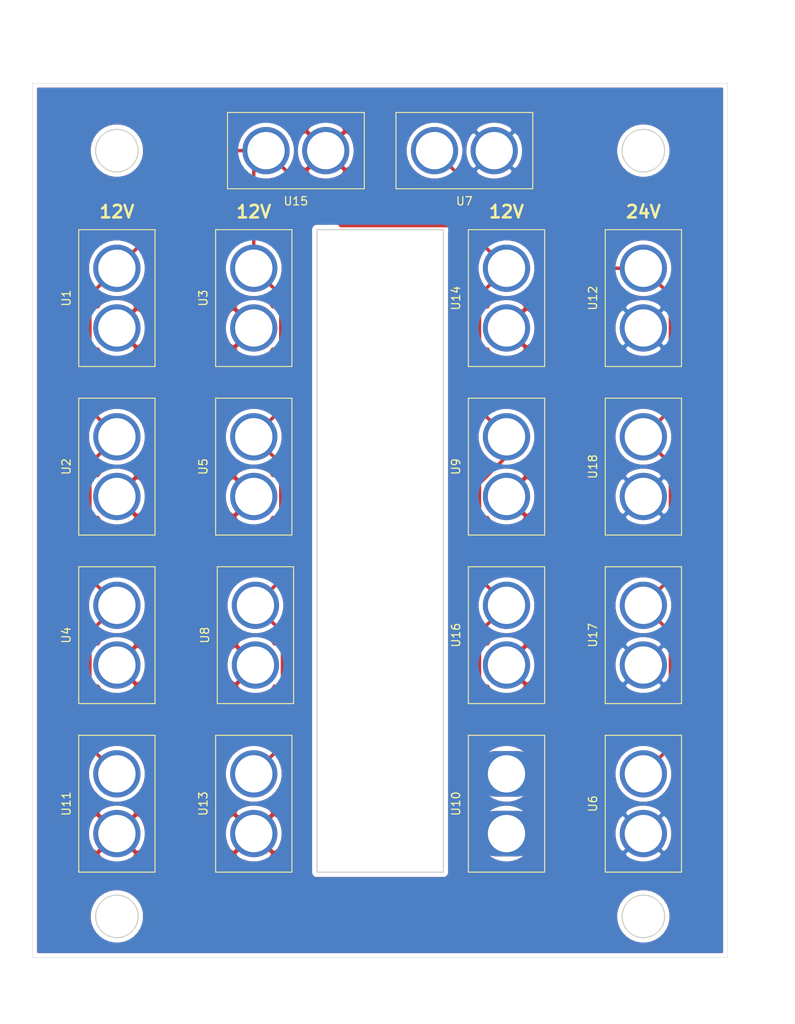
<source format=kicad_pcb>
(kicad_pcb (version 20171130) (host pcbnew "(5.1.10)-1")

  (general
    (thickness 1.6)
    (drawings 25)
    (tracks 46)
    (zones 0)
    (modules 18)
    (nets 5)
  )

  (page A4)
  (layers
    (0 F.Cu signal)
    (31 B.Cu signal)
    (32 B.Adhes user)
    (33 F.Adhes user)
    (34 B.Paste user)
    (35 F.Paste user)
    (36 B.SilkS user)
    (37 F.SilkS user)
    (38 B.Mask user)
    (39 F.Mask user)
    (40 Dwgs.User user)
    (41 Cmts.User user)
    (42 Eco1.User user)
    (43 Eco2.User user)
    (44 Edge.Cuts user)
    (45 Margin user)
    (46 B.CrtYd user)
    (47 F.CrtYd user)
    (48 B.Fab user)
    (49 F.Fab user)
  )

  (setup
    (last_trace_width 0.4064)
    (user_trace_width 0.4064)
    (trace_clearance 0.2)
    (zone_clearance 0.508)
    (zone_45_only no)
    (trace_min 0.2)
    (via_size 0.8)
    (via_drill 0.4)
    (via_min_size 0.4)
    (via_min_drill 0.3)
    (uvia_size 0.3)
    (uvia_drill 0.1)
    (uvias_allowed no)
    (uvia_min_size 0.2)
    (uvia_min_drill 0.1)
    (edge_width 0.05)
    (segment_width 0.2)
    (pcb_text_width 0.3)
    (pcb_text_size 1.5 1.5)
    (mod_edge_width 0.12)
    (mod_text_size 1 1)
    (mod_text_width 0.15)
    (pad_size 5.499999 5.499999)
    (pad_drill 4.500001)
    (pad_to_mask_clearance 0)
    (aux_axis_origin 0 0)
    (visible_elements 7FFFFFFF)
    (pcbplotparams
      (layerselection 0x010f0_ffffffff)
      (usegerberextensions true)
      (usegerberattributes true)
      (usegerberadvancedattributes true)
      (creategerberjobfile false)
      (excludeedgelayer true)
      (linewidth 0.100000)
      (plotframeref false)
      (viasonmask false)
      (mode 1)
      (useauxorigin false)
      (hpglpennumber 1)
      (hpglpenspeed 20)
      (hpglpendiameter 15.000000)
      (psnegative false)
      (psa4output false)
      (plotreference true)
      (plotvalue true)
      (plotinvisibletext false)
      (padsonsilk false)
      (subtractmaskfromsilk false)
      (outputformat 1)
      (mirror false)
      (drillshape 0)
      (scaleselection 1)
      (outputdirectory "gerbers/"))
  )

  (net 0 "")
  (net 1 "Net-(U1-Pad1)")
  (net 2 "Net-(U12-Pad1)")
  (net 3 GND)
  (net 4 GND24)

  (net_class Default "This is the default net class."
    (clearance 0.2)
    (trace_width 0.25)
    (via_dia 0.8)
    (via_drill 0.4)
    (uvia_dia 0.3)
    (uvia_drill 0.1)
    (add_net GND)
    (add_net GND24)
    (add_net "Net-(U1-Pad1)")
    (add_net "Net-(U12-Pad1)")
  )

  (module Launchbox:XT60H-MTH (layer F.Cu) (tedit 6124772B) (tstamp 61229F82)
    (at 146.05 122.428 270)
    (path /612271E0)
    (fp_text reference U10 (at 0 6.096 270) (layer F.SilkS)
      (effects (font (size 1 1) (thickness 0.15)))
    )
    (fp_text value XT60H-M12 (at 0 -6.096 270) (layer F.Fab)
      (effects (font (size 1 1) (thickness 0.15)))
    )
    (fp_line (start -8.25 -4.6) (end 8.25 -4.6) (layer F.SilkS) (width 0.12))
    (fp_line (start 8.25 4.6) (end 8.25 -4.6) (layer F.SilkS) (width 0.12))
    (fp_line (start -8.25 4.6) (end 8.25 4.6) (layer F.SilkS) (width 0.12))
    (fp_line (start -8.25 4.6) (end -8.25 -4.6) (layer F.SilkS) (width 0.12))
    (pad 2 thru_hole oval (at 3.6 0 270) (size 5.5 8) (drill 4.5) (layers *.Cu *.Mask)
      (net 3 GND))
    (pad 1 thru_hole oval (at -3.6 0 270) (size 5.5 8) (drill 4.5) (layers *.Cu *.Mask)
      (net 1 "Net-(U1-Pad1)"))
  )

  (module Launchbox:XT60H-MTH (layer F.Cu) (tedit 61247572) (tstamp 61229F5A)
    (at 162.56 122.428 270)
    (path /612330B7)
    (fp_text reference U6 (at 0 6.096 90) (layer F.SilkS)
      (effects (font (size 1 1) (thickness 0.15)))
    )
    (fp_text value XT60H-M24 (at 0 -6.096 90) (layer F.Fab)
      (effects (font (size 1 1) (thickness 0.15)))
    )
    (fp_line (start -8.25 -4.6) (end 8.25 -4.6) (layer F.SilkS) (width 0.12))
    (fp_line (start 8.25 4.6) (end 8.25 -4.6) (layer F.SilkS) (width 0.12))
    (fp_line (start -8.25 4.6) (end 8.25 4.6) (layer F.SilkS) (width 0.12))
    (fp_line (start -8.25 4.6) (end -8.25 -4.6) (layer F.SilkS) (width 0.12))
    (pad 2 thru_hole circle (at 3.6 0 270) (size 5.7 5.7) (drill 4.5) (layers *.Cu *.Mask)
      (net 4 GND24))
    (pad 1 thru_hole circle (at -3.6 0 270) (size 5.7 5.7) (drill 4.5) (layers *.Cu *.Mask)
      (net 2 "Net-(U12-Pad1)"))
  )

  (module Launchbox:XT60H-MTH (layer F.Cu) (tedit 61247572) (tstamp 61229F64)
    (at 140.97 43.688)
    (path /61225F77)
    (fp_text reference U7 (at 0 6.096) (layer F.SilkS)
      (effects (font (size 1 1) (thickness 0.15)))
    )
    (fp_text value XT60H-M24 (at 0 -6.096) (layer F.Fab)
      (effects (font (size 1 1) (thickness 0.15)))
    )
    (fp_line (start -8.25 -4.6) (end 8.25 -4.6) (layer F.SilkS) (width 0.12))
    (fp_line (start 8.25 4.6) (end 8.25 -4.6) (layer F.SilkS) (width 0.12))
    (fp_line (start -8.25 4.6) (end 8.25 4.6) (layer F.SilkS) (width 0.12))
    (fp_line (start -8.25 4.6) (end -8.25 -4.6) (layer F.SilkS) (width 0.12))
    (pad 2 thru_hole circle (at 3.6 0) (size 5.7 5.7) (drill 4.5) (layers *.Cu *.Mask)
      (net 4 GND24))
    (pad 1 thru_hole circle (at -3.6 0) (size 5.7 5.7) (drill 4.5) (layers *.Cu *.Mask)
      (net 2 "Net-(U12-Pad1)"))
  )

  (module Launchbox:XT60H-MTH (layer F.Cu) (tedit 61247572) (tstamp 61229F96)
    (at 162.56 61.468 270)
    (path /61225BE9)
    (fp_text reference U12 (at 0 6.096 90) (layer F.SilkS)
      (effects (font (size 1 1) (thickness 0.15)))
    )
    (fp_text value XT60H-M24 (at 0 -6.096 90) (layer F.Fab)
      (effects (font (size 1 1) (thickness 0.15)))
    )
    (fp_line (start -8.25 -4.6) (end 8.25 -4.6) (layer F.SilkS) (width 0.12))
    (fp_line (start 8.25 4.6) (end 8.25 -4.6) (layer F.SilkS) (width 0.12))
    (fp_line (start -8.25 4.6) (end 8.25 4.6) (layer F.SilkS) (width 0.12))
    (fp_line (start -8.25 4.6) (end -8.25 -4.6) (layer F.SilkS) (width 0.12))
    (pad 2 thru_hole circle (at 3.6 0 270) (size 5.7 5.7) (drill 4.5) (layers *.Cu *.Mask)
      (net 4 GND24))
    (pad 1 thru_hole circle (at -3.6 0 270) (size 5.7 5.7) (drill 4.5) (layers *.Cu *.Mask)
      (net 2 "Net-(U12-Pad1)"))
  )

  (module Launchbox:XT60H-MTH (layer F.Cu) (tedit 61247572) (tstamp 61229FC8)
    (at 162.56 102.108 270)
    (path /61225B5F)
    (fp_text reference U17 (at 0 6.096 90) (layer F.SilkS)
      (effects (font (size 1 1) (thickness 0.15)))
    )
    (fp_text value XT60H-M24 (at 0 -6.096 90) (layer F.Fab)
      (effects (font (size 1 1) (thickness 0.15)))
    )
    (fp_line (start -8.25 -4.6) (end 8.25 -4.6) (layer F.SilkS) (width 0.12))
    (fp_line (start 8.25 4.6) (end 8.25 -4.6) (layer F.SilkS) (width 0.12))
    (fp_line (start -8.25 4.6) (end 8.25 4.6) (layer F.SilkS) (width 0.12))
    (fp_line (start -8.25 4.6) (end -8.25 -4.6) (layer F.SilkS) (width 0.12))
    (pad 2 thru_hole circle (at 3.6 0 270) (size 5.7 5.7) (drill 4.5) (layers *.Cu *.Mask)
      (net 4 GND24))
    (pad 1 thru_hole circle (at -3.6 0 270) (size 5.7 5.7) (drill 4.5) (layers *.Cu *.Mask)
      (net 2 "Net-(U12-Pad1)"))
  )

  (module Launchbox:XT60H-MTH (layer F.Cu) (tedit 61247572) (tstamp 61229FD2)
    (at 162.56 81.788 270)
    (path /61224803)
    (fp_text reference U18 (at 0 6.096 90) (layer F.SilkS)
      (effects (font (size 1 1) (thickness 0.15)))
    )
    (fp_text value XT60H-M24 (at 0 -6.096 90) (layer F.Fab)
      (effects (font (size 1 1) (thickness 0.15)))
    )
    (fp_line (start -8.25 -4.6) (end 8.25 -4.6) (layer F.SilkS) (width 0.12))
    (fp_line (start 8.25 4.6) (end 8.25 -4.6) (layer F.SilkS) (width 0.12))
    (fp_line (start -8.25 4.6) (end 8.25 4.6) (layer F.SilkS) (width 0.12))
    (fp_line (start -8.25 4.6) (end -8.25 -4.6) (layer F.SilkS) (width 0.12))
    (pad 2 thru_hole circle (at 3.6 0 270) (size 5.7 5.7) (drill 4.5) (layers *.Cu *.Mask)
      (net 4 GND24))
    (pad 1 thru_hole circle (at -3.6 0 270) (size 5.7 5.7) (drill 4.5) (layers *.Cu *.Mask)
      (net 2 "Net-(U12-Pad1)"))
  )

  (module Launchbox:XT60H-MTH (layer F.Cu) (tedit 61247572) (tstamp 61229FBE)
    (at 146.05 102.108 270)
    (path /612275D2)
    (fp_text reference U16 (at 0 6.096 270) (layer F.SilkS)
      (effects (font (size 1 1) (thickness 0.15)))
    )
    (fp_text value XT60H-M12 (at 0 -6.096 270) (layer F.Fab)
      (effects (font (size 1 1) (thickness 0.15)))
    )
    (fp_line (start -8.25 -4.6) (end 8.25 -4.6) (layer F.SilkS) (width 0.12))
    (fp_line (start 8.25 4.6) (end 8.25 -4.6) (layer F.SilkS) (width 0.12))
    (fp_line (start -8.25 4.6) (end 8.25 4.6) (layer F.SilkS) (width 0.12))
    (fp_line (start -8.25 4.6) (end -8.25 -4.6) (layer F.SilkS) (width 0.12))
    (pad 2 thru_hole circle (at 3.6 0 270) (size 5.7 5.7) (drill 4.5) (layers *.Cu *.Mask)
      (net 3 GND))
    (pad 1 thru_hole circle (at -3.6 0 270) (size 5.7 5.7) (drill 4.5) (layers *.Cu *.Mask)
      (net 1 "Net-(U1-Pad1)"))
  )

  (module Launchbox:XT60H-MTH (layer F.Cu) (tedit 61247572) (tstamp 61229FB4)
    (at 120.65 43.688)
    (path /612273E6)
    (fp_text reference U15 (at 0 6.096) (layer F.SilkS)
      (effects (font (size 1 1) (thickness 0.15)))
    )
    (fp_text value XT60H-M12 (at 0 -6.096) (layer F.Fab)
      (effects (font (size 1 1) (thickness 0.15)))
    )
    (fp_line (start -8.25 -4.6) (end 8.25 -4.6) (layer F.SilkS) (width 0.12))
    (fp_line (start 8.25 4.6) (end 8.25 -4.6) (layer F.SilkS) (width 0.12))
    (fp_line (start -8.25 4.6) (end 8.25 4.6) (layer F.SilkS) (width 0.12))
    (fp_line (start -8.25 4.6) (end -8.25 -4.6) (layer F.SilkS) (width 0.12))
    (pad 2 thru_hole circle (at 3.6 0) (size 5.7 5.7) (drill 4.5) (layers *.Cu *.Mask)
      (net 3 GND))
    (pad 1 thru_hole circle (at -3.6 0) (size 5.7 5.7) (drill 4.5) (layers *.Cu *.Mask)
      (net 1 "Net-(U1-Pad1)"))
  )

  (module Launchbox:XT60H-MTH (layer F.Cu) (tedit 61247572) (tstamp 61229F28)
    (at 99.06 61.468 270)
    (path /61226FD0)
    (fp_text reference U1 (at 0 6.096 90) (layer F.SilkS)
      (effects (font (size 1 1) (thickness 0.15)))
    )
    (fp_text value XT60H-M12 (at 0 -6.096 90) (layer F.Fab)
      (effects (font (size 1 1) (thickness 0.15)))
    )
    (fp_line (start -8.25 -4.6) (end 8.25 -4.6) (layer F.SilkS) (width 0.12))
    (fp_line (start 8.25 4.6) (end 8.25 -4.6) (layer F.SilkS) (width 0.12))
    (fp_line (start -8.25 4.6) (end 8.25 4.6) (layer F.SilkS) (width 0.12))
    (fp_line (start -8.25 4.6) (end -8.25 -4.6) (layer F.SilkS) (width 0.12))
    (pad 2 thru_hole circle (at 3.6 0 270) (size 5.7 5.7) (drill 4.5) (layers *.Cu *.Mask)
      (net 3 GND))
    (pad 1 thru_hole circle (at -3.6 0 270) (size 5.7 5.7) (drill 4.5) (layers *.Cu *.Mask)
      (net 1 "Net-(U1-Pad1)"))
  )

  (module Launchbox:XT60H-MTH (layer F.Cu) (tedit 61247572) (tstamp 61229F32)
    (at 99.06 81.788 270)
    (path /612270C6)
    (fp_text reference U2 (at 0 6.096 90) (layer F.SilkS)
      (effects (font (size 1 1) (thickness 0.15)))
    )
    (fp_text value XT60H-M12 (at 0 -6.096 90) (layer F.Fab)
      (effects (font (size 1 1) (thickness 0.15)))
    )
    (fp_line (start -8.25 -4.6) (end 8.25 -4.6) (layer F.SilkS) (width 0.12))
    (fp_line (start 8.25 4.6) (end 8.25 -4.6) (layer F.SilkS) (width 0.12))
    (fp_line (start -8.25 4.6) (end 8.25 4.6) (layer F.SilkS) (width 0.12))
    (fp_line (start -8.25 4.6) (end -8.25 -4.6) (layer F.SilkS) (width 0.12))
    (pad 2 thru_hole circle (at 3.6 0 270) (size 5.7 5.7) (drill 4.5) (layers *.Cu *.Mask)
      (net 3 GND))
    (pad 1 thru_hole circle (at -3.6 0 270) (size 5.7 5.7) (drill 4.5) (layers *.Cu *.Mask)
      (net 1 "Net-(U1-Pad1)"))
  )

  (module Launchbox:XT60H-MTH (layer F.Cu) (tedit 61247572) (tstamp 61229F3C)
    (at 115.57 61.468 270)
    (path /61226C9F)
    (fp_text reference U3 (at 0 6.096 90) (layer F.SilkS)
      (effects (font (size 1 1) (thickness 0.15)))
    )
    (fp_text value XT60H-M12 (at 0 -6.096 90) (layer F.Fab)
      (effects (font (size 1 1) (thickness 0.15)))
    )
    (fp_line (start -8.25 -4.6) (end 8.25 -4.6) (layer F.SilkS) (width 0.12))
    (fp_line (start 8.25 4.6) (end 8.25 -4.6) (layer F.SilkS) (width 0.12))
    (fp_line (start -8.25 4.6) (end 8.25 4.6) (layer F.SilkS) (width 0.12))
    (fp_line (start -8.25 4.6) (end -8.25 -4.6) (layer F.SilkS) (width 0.12))
    (pad 2 thru_hole circle (at 3.6 0 270) (size 5.7 5.7) (drill 4.5) (layers *.Cu *.Mask)
      (net 3 GND))
    (pad 1 thru_hole circle (at -3.6 0 270) (size 5.7 5.7) (drill 4.5) (layers *.Cu *.Mask)
      (net 1 "Net-(U1-Pad1)"))
  )

  (module Launchbox:XT60H-MTH (layer F.Cu) (tedit 61247572) (tstamp 61229F46)
    (at 99.06 102.108 270)
    (path /61226C54)
    (fp_text reference U4 (at 0 6.096 90) (layer F.SilkS)
      (effects (font (size 1 1) (thickness 0.15)))
    )
    (fp_text value XT60H-M12 (at 0 -6.096 90) (layer F.Fab)
      (effects (font (size 1 1) (thickness 0.15)))
    )
    (fp_line (start -8.25 -4.6) (end 8.25 -4.6) (layer F.SilkS) (width 0.12))
    (fp_line (start 8.25 4.6) (end 8.25 -4.6) (layer F.SilkS) (width 0.12))
    (fp_line (start -8.25 4.6) (end 8.25 4.6) (layer F.SilkS) (width 0.12))
    (fp_line (start -8.25 4.6) (end -8.25 -4.6) (layer F.SilkS) (width 0.12))
    (pad 2 thru_hole circle (at 3.6 0 270) (size 5.7 5.7) (drill 4.5) (layers *.Cu *.Mask)
      (net 3 GND))
    (pad 1 thru_hole circle (at -3.6 0 270) (size 5.7 5.7) (drill 4.5) (layers *.Cu *.Mask)
      (net 1 "Net-(U1-Pad1)"))
  )

  (module Launchbox:XT60H-MTH (layer F.Cu) (tedit 61247572) (tstamp 61229F50)
    (at 115.57 81.788 270)
    (path /61233C54)
    (fp_text reference U5 (at 0 6.096 90) (layer F.SilkS)
      (effects (font (size 1 1) (thickness 0.15)))
    )
    (fp_text value XT60H-M12 (at 0 -6.096 90) (layer F.Fab)
      (effects (font (size 1 1) (thickness 0.15)))
    )
    (fp_line (start -8.25 -4.6) (end 8.25 -4.6) (layer F.SilkS) (width 0.12))
    (fp_line (start 8.25 4.6) (end 8.25 -4.6) (layer F.SilkS) (width 0.12))
    (fp_line (start -8.25 4.6) (end 8.25 4.6) (layer F.SilkS) (width 0.12))
    (fp_line (start -8.25 4.6) (end -8.25 -4.6) (layer F.SilkS) (width 0.12))
    (pad 2 thru_hole circle (at 3.6 0 270) (size 5.7 5.7) (drill 4.5) (layers *.Cu *.Mask)
      (net 3 GND))
    (pad 1 thru_hole circle (at -3.6 0 270) (size 5.7 5.7) (drill 4.5) (layers *.Cu *.Mask)
      (net 1 "Net-(U1-Pad1)"))
  )

  (module Launchbox:XT60H-MTH (layer F.Cu) (tedit 61247572) (tstamp 61229F6E)
    (at 115.77 102.108 270)
    (path /61226E9B)
    (fp_text reference U8 (at 0 6.096 90) (layer F.SilkS)
      (effects (font (size 1 1) (thickness 0.15)))
    )
    (fp_text value XT60H-M12 (at 0 -6.096 90) (layer F.Fab)
      (effects (font (size 1 1) (thickness 0.15)))
    )
    (fp_line (start -8.25 -4.6) (end 8.25 -4.6) (layer F.SilkS) (width 0.12))
    (fp_line (start 8.25 4.6) (end 8.25 -4.6) (layer F.SilkS) (width 0.12))
    (fp_line (start -8.25 4.6) (end 8.25 4.6) (layer F.SilkS) (width 0.12))
    (fp_line (start -8.25 4.6) (end -8.25 -4.6) (layer F.SilkS) (width 0.12))
    (pad 2 thru_hole circle (at 3.6 0 270) (size 5.7 5.7) (drill 4.5) (layers *.Cu *.Mask)
      (net 3 GND))
    (pad 1 thru_hole circle (at -3.6 0 270) (size 5.7 5.7) (drill 4.5) (layers *.Cu *.Mask)
      (net 1 "Net-(U1-Pad1)"))
  )

  (module Launchbox:XT60H-MTH (layer F.Cu) (tedit 61247572) (tstamp 61229F78)
    (at 146.05 81.788 270)
    (path /61226DB5)
    (fp_text reference U9 (at 0 6.096 90) (layer F.SilkS)
      (effects (font (size 1 1) (thickness 0.15)))
    )
    (fp_text value XT60H-M12 (at 0 -6.096 90) (layer F.Fab)
      (effects (font (size 1 1) (thickness 0.15)))
    )
    (fp_line (start -8.25 -4.6) (end 8.25 -4.6) (layer F.SilkS) (width 0.12))
    (fp_line (start 8.25 4.6) (end 8.25 -4.6) (layer F.SilkS) (width 0.12))
    (fp_line (start -8.25 4.6) (end 8.25 4.6) (layer F.SilkS) (width 0.12))
    (fp_line (start -8.25 4.6) (end -8.25 -4.6) (layer F.SilkS) (width 0.12))
    (pad 2 thru_hole circle (at 3.6 0 270) (size 5.7 5.7) (drill 4.5) (layers *.Cu *.Mask)
      (net 3 GND))
    (pad 1 thru_hole circle (at -3.6 0 270) (size 5.7 5.7) (drill 4.5) (layers *.Cu *.Mask)
      (net 1 "Net-(U1-Pad1)"))
  )

  (module Launchbox:XT60H-MTH (layer F.Cu) (tedit 61247572) (tstamp 61229F8C)
    (at 99.06 122.428 270)
    (path /6122731E)
    (fp_text reference U11 (at 0 6.096 90) (layer F.SilkS)
      (effects (font (size 1 1) (thickness 0.15)))
    )
    (fp_text value XT60H-M12 (at 0 -6.096 90) (layer F.Fab)
      (effects (font (size 1 1) (thickness 0.15)))
    )
    (fp_line (start -8.25 -4.6) (end 8.25 -4.6) (layer F.SilkS) (width 0.12))
    (fp_line (start 8.25 4.6) (end 8.25 -4.6) (layer F.SilkS) (width 0.12))
    (fp_line (start -8.25 4.6) (end 8.25 4.6) (layer F.SilkS) (width 0.12))
    (fp_line (start -8.25 4.6) (end -8.25 -4.6) (layer F.SilkS) (width 0.12))
    (pad 2 thru_hole circle (at 3.6 0 270) (size 5.7 5.7) (drill 4.5) (layers *.Cu *.Mask)
      (net 3 GND))
    (pad 1 thru_hole circle (at -3.6 0 270) (size 5.7 5.7) (drill 4.5) (layers *.Cu *.Mask)
      (net 1 "Net-(U1-Pad1)"))
  )

  (module Launchbox:XT60H-MTH (layer F.Cu) (tedit 61247572) (tstamp 61229FA0)
    (at 115.57 122.428 270)
    (path /61224305)
    (fp_text reference U13 (at 0 6.096 90) (layer F.SilkS)
      (effects (font (size 1 1) (thickness 0.15)))
    )
    (fp_text value XT60H-M12 (at 0 -6.096 90) (layer F.Fab)
      (effects (font (size 1 1) (thickness 0.15)))
    )
    (fp_line (start -8.25 -4.6) (end 8.25 -4.6) (layer F.SilkS) (width 0.12))
    (fp_line (start 8.25 4.6) (end 8.25 -4.6) (layer F.SilkS) (width 0.12))
    (fp_line (start -8.25 4.6) (end 8.25 4.6) (layer F.SilkS) (width 0.12))
    (fp_line (start -8.25 4.6) (end -8.25 -4.6) (layer F.SilkS) (width 0.12))
    (pad 2 thru_hole circle (at 3.6 0 270) (size 5.7 5.7) (drill 4.5) (layers *.Cu *.Mask)
      (net 3 GND))
    (pad 1 thru_hole circle (at -3.6 0 270) (size 5.7 5.7) (drill 4.5) (layers *.Cu *.Mask)
      (net 1 "Net-(U1-Pad1)"))
  )

  (module Launchbox:XT60H-MTH (layer F.Cu) (tedit 61247572) (tstamp 61229FAA)
    (at 146.05 61.468 270)
    (path /612274B3)
    (fp_text reference U14 (at 0 6.096 90) (layer F.SilkS)
      (effects (font (size 1 1) (thickness 0.15)))
    )
    (fp_text value XT60H-M12 (at 0 -6.096 90) (layer F.Fab)
      (effects (font (size 1 1) (thickness 0.15)))
    )
    (fp_line (start -8.25 -4.6) (end 8.25 -4.6) (layer F.SilkS) (width 0.12))
    (fp_line (start 8.25 4.6) (end 8.25 -4.6) (layer F.SilkS) (width 0.12))
    (fp_line (start -8.25 4.6) (end 8.25 4.6) (layer F.SilkS) (width 0.12))
    (fp_line (start -8.25 4.6) (end -8.25 -4.6) (layer F.SilkS) (width 0.12))
    (pad 2 thru_hole circle (at 3.6 0 270) (size 5.7 5.7) (drill 4.5) (layers *.Cu *.Mask)
      (net 3 GND))
    (pad 1 thru_hole circle (at -3.6 0 270) (size 5.7 5.7) (drill 4.5) (layers *.Cu *.Mask)
      (net 1 "Net-(U1-Pad1)"))
  )

  (dimension 105.41 (width 0.15) (layer Dwgs.User)
    (gr_text "4.1500 in" (at 175.544 88.265 270) (layer Dwgs.User)
      (effects (font (size 1 1) (thickness 0.15)))
    )
    (feature1 (pts (xy 172.72 140.97) (xy 174.830421 140.97)))
    (feature2 (pts (xy 172.72 35.56) (xy 174.830421 35.56)))
    (crossbar (pts (xy 174.244 35.56) (xy 174.244 140.97)))
    (arrow1a (pts (xy 174.244 140.97) (xy 173.657579 139.843496)))
    (arrow1b (pts (xy 174.244 140.97) (xy 174.830421 139.843496)))
    (arrow2a (pts (xy 174.244 35.56) (xy 173.657579 36.686504)))
    (arrow2b (pts (xy 174.244 35.56) (xy 174.830421 36.686504)))
  )
  (dimension 83.82 (width 0.15) (layer Dwgs.User)
    (gr_text "3.3000 in" (at 130.81 32.99) (layer Dwgs.User)
      (effects (font (size 1 1) (thickness 0.15)))
    )
    (feature1 (pts (xy 172.72 35.56) (xy 172.72 33.703579)))
    (feature2 (pts (xy 88.9 35.56) (xy 88.9 33.703579)))
    (crossbar (pts (xy 88.9 34.29) (xy 172.72 34.29)))
    (arrow1a (pts (xy 172.72 34.29) (xy 171.593496 34.876421)))
    (arrow1b (pts (xy 172.72 34.29) (xy 171.593496 33.703579)))
    (arrow2a (pts (xy 88.9 34.29) (xy 90.026504 34.876421)))
    (arrow2b (pts (xy 88.9 34.29) (xy 90.026504 33.703579)))
  )
  (gr_line (start 123.19 130.683) (end 138.43 130.683) (layer Edge.Cuts) (width 0.14986) (tstamp 6122F52F))
  (gr_line (start 123.19 53.213) (end 138.43 53.213) (layer Edge.Cuts) (width 0.14986) (tstamp 6122F524))
  (dimension 2.388 (width 0.15) (layer Dwgs.User)
    (gr_text "0.0940 in" (at 95.093 139.776 270) (layer Dwgs.User)
      (effects (font (size 1 1) (thickness 0.15)))
    )
    (feature1 (pts (xy 99.06 140.97) (xy 95.806579 140.97)))
    (feature2 (pts (xy 99.06 138.582) (xy 95.806579 138.582)))
    (crossbar (pts (xy 96.393 138.582) (xy 96.393 140.97)))
    (arrow1a (pts (xy 96.393 140.97) (xy 95.806579 139.843496)))
    (arrow1b (pts (xy 96.393 140.97) (xy 96.979421 139.843496)))
    (arrow2a (pts (xy 96.393 138.582) (xy 95.806579 139.708504)))
    (arrow2b (pts (xy 96.393 138.582) (xy 96.979421 139.708504)))
  )
  (dimension 7.595 (width 0.15) (layer Dwgs.User)
    (gr_text "0.2990 in" (at 92.6975 133.320001) (layer Dwgs.User)
      (effects (font (size 1 1) (thickness 0.15)))
    )
    (feature1 (pts (xy 88.9 136.017) (xy 88.9 134.03358)))
    (feature2 (pts (xy 96.495 136.017) (xy 96.495 134.03358)))
    (crossbar (pts (xy 96.495 134.620001) (xy 88.9 134.620001)))
    (arrow1a (pts (xy 88.9 134.620001) (xy 90.026504 134.03358)))
    (arrow1b (pts (xy 88.9 134.620001) (xy 90.026504 135.206422)))
    (arrow2a (pts (xy 96.495 134.620001) (xy 95.368496 134.03358)))
    (arrow2b (pts (xy 96.495 134.620001) (xy 95.368496 135.206422)))
  )
  (dimension 7.595 (width 0.15) (layer Dwgs.User)
    (gr_text "0.2990 in" (at 92.6975 46.639) (layer Dwgs.User)
      (effects (font (size 1 1) (thickness 0.15)))
    )
    (feature1 (pts (xy 88.9 43.688) (xy 88.9 45.925421)))
    (feature2 (pts (xy 96.495 43.688) (xy 96.495 45.925421)))
    (crossbar (pts (xy 96.495 45.339) (xy 88.9 45.339)))
    (arrow1a (pts (xy 88.9 45.339) (xy 90.026504 44.752579)))
    (arrow1b (pts (xy 88.9 45.339) (xy 90.026504 45.925421)))
    (arrow2a (pts (xy 96.495 45.339) (xy 95.368496 44.752579)))
    (arrow2b (pts (xy 96.495 45.339) (xy 95.368496 45.925421)))
  )
  (dimension 5.563 (width 0.15) (layer Dwgs.User)
    (gr_text "0.2190 in" (at 95.982 38.3415 90) (layer Dwgs.User)
      (effects (font (size 1 1) (thickness 0.15)))
    )
    (feature1 (pts (xy 99.06 35.56) (xy 96.695579 35.56)))
    (feature2 (pts (xy 99.06 41.123) (xy 96.695579 41.123)))
    (crossbar (pts (xy 97.282 41.123) (xy 97.282 35.56)))
    (arrow1a (pts (xy 97.282 35.56) (xy 97.868421 36.686504)))
    (arrow1b (pts (xy 97.282 35.56) (xy 96.695579 36.686504)))
    (arrow2a (pts (xy 97.282 41.123) (xy 97.868421 39.996496)))
    (arrow2b (pts (xy 97.282 41.123) (xy 96.695579 39.996496)))
  )
  (dimension 5.13 (width 0.15) (layer Dwgs.User)
    (gr_text "0.2020 in" (at 104.043 43.688 270) (layer Dwgs.User)
      (effects (font (size 1 1) (thickness 0.15)))
    )
    (feature1 (pts (xy 99.06 46.253) (xy 103.329421 46.253)))
    (feature2 (pts (xy 99.06 41.123) (xy 103.329421 41.123)))
    (crossbar (pts (xy 102.743 41.123) (xy 102.743 46.253)))
    (arrow1a (pts (xy 102.743 46.253) (xy 102.156579 45.126496)))
    (arrow1b (pts (xy 102.743 46.253) (xy 103.329421 45.126496)))
    (arrow2a (pts (xy 102.743 41.123) (xy 102.156579 42.249504)))
    (arrow2b (pts (xy 102.743 41.123) (xy 103.329421 42.249504)))
  )
  (gr_text 24V (at 162.56 51.054) (layer F.SilkS)
    (effects (font (size 1.5 1.5) (thickness 0.3)))
  )
  (gr_text 12V (at 146.05 51.054) (layer F.SilkS)
    (effects (font (size 1.5 1.5) (thickness 0.3)))
  )
  (gr_text 12V (at 115.57 51.054) (layer F.SilkS)
    (effects (font (size 1.5 1.5) (thickness 0.3)))
  )
  (gr_text 12V (at 99.06 51.054) (layer F.SilkS)
    (effects (font (size 1.5 1.5) (thickness 0.3)))
  )
  (dimension 5.588 (width 0.15) (layer Dwgs.User)
    (gr_text "0.2200 in" (at 169.926 60.482) (layer Dwgs.User)
      (effects (font (size 1 1) (thickness 0.15)))
    )
    (feature1 (pts (xy 172.72 55.626) (xy 172.72 59.768421)))
    (feature2 (pts (xy 167.132 55.626) (xy 167.132 59.768421)))
    (crossbar (pts (xy 167.132 59.182) (xy 172.72 59.182)))
    (arrow1a (pts (xy 172.72 59.182) (xy 171.593496 59.768421)))
    (arrow1b (pts (xy 172.72 59.182) (xy 171.593496 58.595579)))
    (arrow2a (pts (xy 167.132 59.182) (xy 168.258504 59.768421)))
    (arrow2b (pts (xy 167.132 59.182) (xy 168.258504 58.595579)))
  )
  (dimension 5.588 (width 0.15) (layer Dwgs.User)
    (gr_text "0.2200 in" (at 91.694 58.195999) (layer Dwgs.User)
      (effects (font (size 1 1) (thickness 0.15)))
    )
    (feature1 (pts (xy 94.488 54.864) (xy 94.488 57.48242)))
    (feature2 (pts (xy 88.9 54.864) (xy 88.9 57.48242)))
    (crossbar (pts (xy 88.9 56.895999) (xy 94.488 56.895999)))
    (arrow1a (pts (xy 94.488 56.895999) (xy 93.361496 57.48242)))
    (arrow1b (pts (xy 94.488 56.895999) (xy 93.361496 56.309578)))
    (arrow2a (pts (xy 88.9 56.895999) (xy 90.026504 57.48242)))
    (arrow2b (pts (xy 88.9 56.895999) (xy 90.026504 56.309578)))
  )
  (gr_line (start 88.9 140.97) (end 172.72 140.97) (layer Edge.Cuts) (width 0.05) (tstamp 6122C9D1))
  (gr_line (start 123.19 130.683) (end 123.19 53.213) (layer Edge.Cuts) (width 0.15) (tstamp 6122C85F))
  (gr_line (start 138.43 53.213) (end 138.43 130.683) (layer Edge.Cuts) (width 0.15))
  (gr_line (start 172.72 35.56) (end 172.72 140.97) (layer Edge.Cuts) (width 0.05))
  (gr_line (start 88.9 35.56) (end 172.72 35.56) (layer Edge.Cuts) (width 0.05))
  (gr_line (start 88.9 140.97) (end 88.9 35.56) (layer Edge.Cuts) (width 0.05))
  (gr_circle (center 99.06 136.017) (end 101.625 136.017) (layer Edge.Cuts) (width 0.15) (tstamp 6122A5B8))
  (gr_circle (center 162.56 136.017) (end 165.125 136.017) (layer Edge.Cuts) (width 0.15) (tstamp 6122A5B8))
  (gr_circle (center 162.56 43.688) (end 165.125 43.688) (layer Edge.Cuts) (width 0.15) (tstamp 6122A5B5))
  (gr_circle (center 99.06 43.688) (end 101.625 43.688) (layer Edge.Cuts) (width 0.15))

  (segment (start 113.24 43.688) (end 117.05 43.688) (width 0.4064) (layer F.Cu) (net 1))
  (segment (start 99.06 57.868) (end 113.24 43.688) (width 0.4064) (layer F.Cu) (net 1))
  (segment (start 115.57 45.168) (end 117.05 43.688) (width 0.4064) (layer F.Cu) (net 1))
  (segment (start 115.57 57.868) (end 115.57 45.168) (width 0.4064) (layer F.Cu) (net 1))
  (segment (start 95.806799 61.121201) (end 99.06 57.868) (width 0.4064) (layer F.Cu) (net 1))
  (segment (start 95.806799 74.934799) (end 95.806799 61.121201) (width 0.4064) (layer F.Cu) (net 1))
  (segment (start 99.06 78.188) (end 95.806799 74.934799) (width 0.4064) (layer F.Cu) (net 1))
  (segment (start 95.806799 81.441201) (end 99.06 78.188) (width 0.4064) (layer F.Cu) (net 1))
  (segment (start 95.806799 95.254799) (end 95.806799 81.441201) (width 0.4064) (layer F.Cu) (net 1))
  (segment (start 99.06 98.508) (end 95.806799 95.254799) (width 0.4064) (layer F.Cu) (net 1))
  (segment (start 95.806799 101.761201) (end 99.06 98.508) (width 0.4064) (layer F.Cu) (net 1))
  (segment (start 95.806799 115.574799) (end 95.806799 101.761201) (width 0.4064) (layer F.Cu) (net 1))
  (segment (start 99.06 118.828) (end 95.806799 115.574799) (width 0.4064) (layer F.Cu) (net 1))
  (segment (start 119.023201 101.761201) (end 115.77 98.508) (width 0.4064) (layer F.Cu) (net 1))
  (segment (start 119.023201 115.374799) (end 119.023201 101.761201) (width 0.4064) (layer F.Cu) (net 1))
  (segment (start 115.57 118.828) (end 119.023201 115.374799) (width 0.4064) (layer F.Cu) (net 1))
  (segment (start 118.823201 81.441201) (end 115.57 78.188) (width 0.4064) (layer F.Cu) (net 1))
  (segment (start 118.823201 95.454799) (end 118.823201 81.441201) (width 0.4064) (layer F.Cu) (net 1))
  (segment (start 115.77 98.508) (end 118.823201 95.454799) (width 0.4064) (layer F.Cu) (net 1))
  (segment (start 118.823201 61.121201) (end 115.57 57.868) (width 0.4064) (layer F.Cu) (net 1))
  (segment (start 118.823201 74.934799) (end 118.823201 61.121201) (width 0.4064) (layer F.Cu) (net 1))
  (segment (start 115.57 78.188) (end 118.823201 74.934799) (width 0.4064) (layer F.Cu) (net 1))
  (segment (start 140.91679 52.73479) (end 146.05 57.868) (width 0.4064) (layer F.Cu) (net 1))
  (segment (start 126.09679 52.73479) (end 140.91679 52.73479) (width 0.4064) (layer F.Cu) (net 1))
  (segment (start 117.05 43.688) (end 126.09679 52.73479) (width 0.4064) (layer F.Cu) (net 1))
  (segment (start 142.796799 61.121201) (end 142.796799 74.934799) (width 0.4064) (layer F.Cu) (net 1))
  (segment (start 142.796799 74.934799) (end 146.05 78.188) (width 0.4064) (layer F.Cu) (net 1))
  (segment (start 146.05 57.868) (end 142.796799 61.121201) (width 0.4064) (layer F.Cu) (net 1))
  (segment (start 142.796799 95.254799) (end 146.05 98.508) (width 0.4064) (layer F.Cu) (net 1))
  (segment (start 142.796799 83.826463) (end 142.796799 95.254799) (width 0.4064) (layer F.Cu) (net 1))
  (segment (start 146.05 80.573262) (end 142.796799 83.826463) (width 0.4064) (layer F.Cu) (net 1))
  (segment (start 146.05 78.188) (end 146.05 80.573262) (width 0.4064) (layer F.Cu) (net 1))
  (segment (start 142.796799 115.574799) (end 146.05 118.828) (width 0.4064) (layer F.Cu) (net 1))
  (segment (start 142.796799 101.761201) (end 142.796799 115.574799) (width 0.4064) (layer F.Cu) (net 1))
  (segment (start 146.05 98.508) (end 142.796799 101.761201) (width 0.4064) (layer F.Cu) (net 1))
  (segment (start 151.55 57.868) (end 162.56 57.868) (width 0.4064) (layer F.Cu) (net 2))
  (segment (start 137.37 43.688) (end 151.55 57.868) (width 0.4064) (layer F.Cu) (net 2))
  (segment (start 165.813201 74.934799) (end 162.56 78.188) (width 0.4064) (layer F.Cu) (net 2))
  (segment (start 165.813201 61.121201) (end 165.813201 74.934799) (width 0.4064) (layer F.Cu) (net 2))
  (segment (start 162.56 57.868) (end 165.813201 61.121201) (width 0.4064) (layer F.Cu) (net 2))
  (segment (start 165.813201 95.254799) (end 162.56 98.508) (width 0.4064) (layer F.Cu) (net 2))
  (segment (start 165.813201 81.441201) (end 165.813201 95.254799) (width 0.4064) (layer F.Cu) (net 2))
  (segment (start 162.56 78.188) (end 165.813201 81.441201) (width 0.4064) (layer F.Cu) (net 2))
  (segment (start 165.813201 115.574799) (end 162.56 118.828) (width 0.4064) (layer F.Cu) (net 2))
  (segment (start 165.813201 101.761201) (end 165.813201 115.574799) (width 0.4064) (layer F.Cu) (net 2))
  (segment (start 162.56 98.508) (end 165.813201 101.761201) (width 0.4064) (layer F.Cu) (net 2))

  (zone (net 3) (net_name GND) (layer F.Cu) (tstamp 61242EEE) (hatch edge 0.508)
    (connect_pads (clearance 0.508))
    (min_thickness 0.254)
    (fill yes (arc_segments 32) (thermal_gap 0.508) (thermal_bridge_width 0.508))
    (polygon
      (pts
        (xy 179.832 30.099) (xy 176.53 145.923) (xy 86.741 145.923) (xy 86.741 28.575)
      )
    )
    (filled_polygon
      (pts
        (xy 172.060001 140.31) (xy 89.56 140.31) (xy 89.56 135.694034) (xy 95.780866 135.694034) (xy 95.780866 136.339966)
        (xy 95.906882 136.973488) (xy 96.154069 137.570252) (xy 96.512931 138.107326) (xy 96.969674 138.564069) (xy 97.506748 138.922931)
        (xy 98.103512 139.170118) (xy 98.737034 139.296134) (xy 99.382966 139.296134) (xy 100.016488 139.170118) (xy 100.613252 138.922931)
        (xy 101.150326 138.564069) (xy 101.607069 138.107326) (xy 101.965931 137.570252) (xy 102.213118 136.973488) (xy 102.339134 136.339966)
        (xy 102.339134 135.694034) (xy 159.280866 135.694034) (xy 159.280866 136.339966) (xy 159.406882 136.973488) (xy 159.654069 137.570252)
        (xy 160.012931 138.107326) (xy 160.469674 138.564069) (xy 161.006748 138.922931) (xy 161.603512 139.170118) (xy 162.237034 139.296134)
        (xy 162.882966 139.296134) (xy 163.516488 139.170118) (xy 164.113252 138.922931) (xy 164.650326 138.564069) (xy 165.107069 138.107326)
        (xy 165.465931 137.570252) (xy 165.713118 136.973488) (xy 165.839134 136.339966) (xy 165.839134 135.694034) (xy 165.713118 135.060512)
        (xy 165.465931 134.463748) (xy 165.107069 133.926674) (xy 164.650326 133.469931) (xy 164.113252 133.111069) (xy 163.516488 132.863882)
        (xy 162.882966 132.737866) (xy 162.237034 132.737866) (xy 161.603512 132.863882) (xy 161.006748 133.111069) (xy 160.469674 133.469931)
        (xy 160.012931 133.926674) (xy 159.654069 134.463748) (xy 159.406882 135.060512) (xy 159.280866 135.694034) (xy 102.339134 135.694034)
        (xy 102.213118 135.060512) (xy 101.965931 134.463748) (xy 101.607069 133.926674) (xy 101.150326 133.469931) (xy 100.613252 133.111069)
        (xy 100.016488 132.863882) (xy 99.382966 132.737866) (xy 98.737034 132.737866) (xy 98.103512 132.863882) (xy 97.506748 133.111069)
        (xy 96.969674 133.469931) (xy 96.512931 133.926674) (xy 96.154069 134.463748) (xy 95.906882 135.060512) (xy 95.780866 135.694034)
        (xy 89.56 135.694034) (xy 89.56 128.480033) (xy 96.787572 128.480033) (xy 97.105757 128.93385) (xy 97.71021 129.259269)
        (xy 98.366535 129.460512) (xy 99.04951 129.529845) (xy 99.732888 129.464605) (xy 100.390407 129.267298) (xy 100.996799 128.945506)
        (xy 101.014243 128.93385) (xy 101.332428 128.480033) (xy 113.297572 128.480033) (xy 113.615757 128.93385) (xy 114.22021 129.259269)
        (xy 114.876535 129.460512) (xy 115.55951 129.529845) (xy 116.242888 129.464605) (xy 116.900407 129.267298) (xy 117.506799 128.945506)
        (xy 117.524243 128.93385) (xy 117.842428 128.480033) (xy 115.57 126.207605) (xy 113.297572 128.480033) (xy 101.332428 128.480033)
        (xy 99.06 126.207605) (xy 96.787572 128.480033) (xy 89.56 128.480033) (xy 89.56 126.01751) (xy 95.558155 126.01751)
        (xy 95.623395 126.700888) (xy 95.820702 127.358407) (xy 96.142494 127.964799) (xy 96.15415 127.982243) (xy 96.607967 128.300428)
        (xy 98.880395 126.028) (xy 99.239605 126.028) (xy 101.512033 128.300428) (xy 101.96585 127.982243) (xy 102.291269 127.37779)
        (xy 102.492512 126.721465) (xy 102.561845 126.03849) (xy 102.559843 126.01751) (xy 112.068155 126.01751) (xy 112.133395 126.700888)
        (xy 112.330702 127.358407) (xy 112.652494 127.964799) (xy 112.66415 127.982243) (xy 113.117967 128.300428) (xy 115.390395 126.028)
        (xy 115.749605 126.028) (xy 118.022033 128.300428) (xy 118.47585 127.982243) (xy 118.801269 127.37779) (xy 119.002512 126.721465)
        (xy 119.071845 126.03849) (xy 119.006605 125.355112) (xy 118.809298 124.697593) (xy 118.487506 124.091201) (xy 118.47585 124.073757)
        (xy 118.022033 123.755572) (xy 115.749605 126.028) (xy 115.390395 126.028) (xy 113.117967 123.755572) (xy 112.66415 124.073757)
        (xy 112.338731 124.67821) (xy 112.137488 125.334535) (xy 112.068155 126.01751) (xy 102.559843 126.01751) (xy 102.496605 125.355112)
        (xy 102.299298 124.697593) (xy 101.977506 124.091201) (xy 101.96585 124.073757) (xy 101.512033 123.755572) (xy 99.239605 126.028)
        (xy 98.880395 126.028) (xy 96.607967 123.755572) (xy 96.15415 124.073757) (xy 95.828731 124.67821) (xy 95.627488 125.334535)
        (xy 95.558155 126.01751) (xy 89.56 126.01751) (xy 89.56 123.575967) (xy 96.787572 123.575967) (xy 99.06 125.848395)
        (xy 101.332428 123.575967) (xy 113.297572 123.575967) (xy 115.57 125.848395) (xy 117.842428 123.575967) (xy 117.524243 123.12215)
        (xy 116.91979 122.796731) (xy 116.263465 122.595488) (xy 115.58049 122.526155) (xy 114.897112 122.591395) (xy 114.239593 122.788702)
        (xy 113.633201 123.110494) (xy 113.615757 123.12215) (xy 113.297572 123.575967) (xy 101.332428 123.575967) (xy 101.014243 123.12215)
        (xy 100.40979 122.796731) (xy 99.753465 122.595488) (xy 99.07049 122.526155) (xy 98.387112 122.591395) (xy 97.729593 122.788702)
        (xy 97.123201 123.110494) (xy 97.105757 123.12215) (xy 96.787572 123.575967) (xy 89.56 123.575967) (xy 89.56 61.121201)
        (xy 94.964545 61.121201) (xy 94.9686 61.162374) (xy 94.968599 74.893636) (xy 94.964545 74.934799) (xy 94.968599 74.975962)
        (xy 94.968599 74.975968) (xy 94.980728 75.099114) (xy 95.028657 75.257115) (xy 95.10649 75.40273) (xy 95.211235 75.530363)
        (xy 95.243217 75.55661) (xy 96.072653 76.386047) (xy 95.971633 76.537234) (xy 95.708927 77.171463) (xy 95.575 77.844758)
        (xy 95.575 78.531242) (xy 95.708927 79.204537) (xy 95.971633 79.838766) (xy 96.072653 79.989953) (xy 95.243212 80.819395)
        (xy 95.211236 80.845637) (xy 95.184994 80.877613) (xy 95.184991 80.877616) (xy 95.10649 80.97327) (xy 95.028657 81.118885)
        (xy 94.980728 81.276886) (xy 94.964545 81.441201) (xy 94.9686 81.482374) (xy 94.968599 95.213636) (xy 94.964545 95.254799)
        (xy 94.968599 95.295962) (xy 94.968599 95.295968) (xy 94.980728 95.419114) (xy 95.028657 95.577115) (xy 95.10649 95.72273)
        (xy 95.211235 95.850363) (xy 95.243217 95.87661) (xy 96.072653 96.706047) (xy 95.971633 96.857234) (xy 95.708927 97.491463)
        (xy 95.575 98.164758) (xy 95.575 98.851242) (xy 95.708927 99.524537) (xy 95.971633 100.158766) (xy 96.072653 100.309953)
        (xy 95.243212 101.139395) (xy 95.211236 101.165637) (xy 95.184994 101.197613) (xy 95.184991 101.197616) (xy 95.10649 101.29327)
        (xy 95.028657 101.438885) (xy 94.980728 101.596886) (xy 94.964545 101.761201) (xy 94.9686 101.802374) (xy 94.968599 115.533636)
        (xy 94.964545 115.574799) (xy 94.968599 115.615962) (xy 94.968599 115.615968) (xy 94.980728 115.739114) (xy 95.028657 115.897115)
        (xy 95.10649 116.04273) (xy 95.211235 116.170363) (xy 95.243217 116.19661) (xy 96.072653 117.026047) (xy 95.971633 117.177234)
        (xy 95.708927 117.811463) (xy 95.575 118.484758) (xy 95.575 119.171242) (xy 95.708927 119.844537) (xy 95.971633 120.478766)
        (xy 96.353024 121.049558) (xy 96.838442 121.534976) (xy 97.409234 121.916367) (xy 98.043463 122.179073) (xy 98.716758 122.313)
        (xy 99.403242 122.313) (xy 100.076537 122.179073) (xy 100.710766 121.916367) (xy 101.281558 121.534976) (xy 101.766976 121.049558)
        (xy 102.148367 120.478766) (xy 102.411073 119.844537) (xy 102.545 119.171242) (xy 102.545 118.484758) (xy 102.411073 117.811463)
        (xy 102.148367 117.177234) (xy 101.766976 116.606442) (xy 101.281558 116.121024) (xy 100.710766 115.739633) (xy 100.076537 115.476927)
        (xy 99.403242 115.343) (xy 98.716758 115.343) (xy 98.043463 115.476927) (xy 97.409234 115.739633) (xy 97.258047 115.840653)
        (xy 96.644999 115.227606) (xy 96.644999 108.244511) (xy 96.674048 108.27356) (xy 96.787573 108.160035) (xy 97.105757 108.61385)
        (xy 97.71021 108.939269) (xy 98.366535 109.140512) (xy 99.04951 109.209845) (xy 99.732888 109.144605) (xy 100.390407 108.947298)
        (xy 100.996799 108.625506) (xy 101.014243 108.61385) (xy 101.332428 108.160033) (xy 99.06 105.887605) (xy 99.045858 105.901748)
        (xy 98.866253 105.722143) (xy 98.880395 105.708) (xy 99.239605 105.708) (xy 101.512033 107.980428) (xy 101.96585 107.662243)
        (xy 102.291269 107.05779) (xy 102.492512 106.401465) (xy 102.561845 105.71849) (xy 102.559843 105.69751) (xy 112.268155 105.69751)
        (xy 112.333395 106.380888) (xy 112.530702 107.038407) (xy 112.852494 107.644799) (xy 112.86415 107.662243) (xy 113.317967 107.980428)
        (xy 115.590395 105.708) (xy 113.317967 103.435572) (xy 112.86415 103.753757) (xy 112.538731 104.35821) (xy 112.337488 105.014535)
        (xy 112.268155 105.69751) (xy 102.559843 105.69751) (xy 102.496605 105.035112) (xy 102.299298 104.377593) (xy 101.977506 103.771201)
        (xy 101.96585 103.753757) (xy 101.512033 103.435572) (xy 99.239605 105.708) (xy 98.880395 105.708) (xy 98.866253 105.693858)
        (xy 99.045858 105.514253) (xy 99.06 105.528395) (xy 101.332428 103.255967) (xy 101.014243 102.80215) (xy 100.40979 102.476731)
        (xy 99.753465 102.275488) (xy 99.07049 102.206155) (xy 98.387112 102.271395) (xy 97.729593 102.468702) (xy 97.123201 102.790494)
        (xy 97.105757 102.80215) (xy 96.787573 103.255965) (xy 96.674048 103.14244) (xy 96.644999 103.171489) (xy 96.644999 102.108394)
        (xy 97.258047 101.495347) (xy 97.409234 101.596367) (xy 98.043463 101.859073) (xy 98.716758 101.993) (xy 99.403242 101.993)
        (xy 100.076537 101.859073) (xy 100.710766 101.596367) (xy 101.281558 101.214976) (xy 101.766976 100.729558) (xy 102.148367 100.158766)
        (xy 102.411073 99.524537) (xy 102.545 98.851242) (xy 102.545 98.164758) (xy 102.411073 97.491463) (xy 102.148367 96.857234)
        (xy 101.766976 96.286442) (xy 101.281558 95.801024) (xy 100.710766 95.419633) (xy 100.076537 95.156927) (xy 99.403242 95.023)
        (xy 98.716758 95.023) (xy 98.043463 95.156927) (xy 97.409234 95.419633) (xy 97.258047 95.520653) (xy 96.644999 94.907606)
        (xy 96.644999 87.924511) (xy 96.674048 87.95356) (xy 96.787573 87.840035) (xy 97.105757 88.29385) (xy 97.71021 88.619269)
        (xy 98.366535 88.820512) (xy 99.04951 88.889845) (xy 99.732888 88.824605) (xy 100.390407 88.627298) (xy 100.996799 88.305506)
        (xy 101.014243 88.29385) (xy 101.332428 87.840033) (xy 99.06 85.567605) (xy 99.045858 85.581748) (xy 98.866253 85.402143)
        (xy 98.880395 85.388) (xy 99.239605 85.388) (xy 101.512033 87.660428) (xy 101.96585 87.342243) (xy 102.291269 86.73779)
        (xy 102.492512 86.081465) (xy 102.561845 85.39849) (xy 102.559843 85.37751) (xy 112.068155 85.37751) (xy 112.133395 86.060888)
        (xy 112.330702 86.718407) (xy 112.652494 87.324799) (xy 112.66415 87.342243) (xy 113.117967 87.660428) (xy 115.390395 85.388)
        (xy 113.117967 83.115572) (xy 112.66415 83.433757) (xy 112.338731 84.03821) (xy 112.137488 84.694535) (xy 112.068155 85.37751)
        (xy 102.559843 85.37751) (xy 102.496605 84.715112) (xy 102.299298 84.057593) (xy 101.977506 83.451201) (xy 101.96585 83.433757)
        (xy 101.512033 83.115572) (xy 99.239605 85.388) (xy 98.880395 85.388) (xy 98.866253 85.373858) (xy 99.045858 85.194253)
        (xy 99.06 85.208395) (xy 101.332428 82.935967) (xy 101.014243 82.48215) (xy 100.40979 82.156731) (xy 99.753465 81.955488)
        (xy 99.07049 81.886155) (xy 98.387112 81.951395) (xy 97.729593 82.148702) (xy 97.123201 82.470494) (xy 97.105757 82.48215)
        (xy 96.787573 82.935965) (xy 96.674048 82.82244) (xy 96.644999 82.851489) (xy 96.644999 81.788394) (xy 97.258047 81.175347)
        (xy 97.409234 81.276367) (xy 98.043463 81.539073) (xy 98.716758 81.673) (xy 99.403242 81.673) (xy 100.076537 81.539073)
        (xy 100.710766 81.276367) (xy 101.281558 80.894976) (xy 101.766976 80.409558) (xy 102.148367 79.838766) (xy 102.411073 79.204537)
        (xy 102.545 78.531242) (xy 102.545 77.844758) (xy 102.411073 77.171463) (xy 102.148367 76.537234) (xy 101.766976 75.966442)
        (xy 101.281558 75.481024) (xy 100.710766 75.099633) (xy 100.076537 74.836927) (xy 99.403242 74.703) (xy 98.716758 74.703)
        (xy 98.043463 74.836927) (xy 97.409234 75.099633) (xy 97.258047 75.200653) (xy 96.644999 74.587606) (xy 96.644999 67.604511)
        (xy 96.674048 67.63356) (xy 96.787573 67.520035) (xy 97.105757 67.97385) (xy 97.71021 68.299269) (xy 98.366535 68.500512)
        (xy 99.04951 68.569845) (xy 99.732888 68.504605) (xy 100.390407 68.307298) (xy 100.996799 67.985506) (xy 101.014243 67.97385)
        (xy 101.332428 67.520033) (xy 99.06 65.247605) (xy 99.045858 65.261748) (xy 98.866253 65.082143) (xy 98.880395 65.068)
        (xy 99.239605 65.068) (xy 101.512033 67.340428) (xy 101.96585 67.022243) (xy 102.291269 66.41779) (xy 102.492512 65.761465)
        (xy 102.561845 65.07849) (xy 102.559843 65.05751) (xy 112.068155 65.05751) (xy 112.133395 65.740888) (xy 112.330702 66.398407)
        (xy 112.652494 67.004799) (xy 112.66415 67.022243) (xy 113.117967 67.340428) (xy 115.390395 65.068) (xy 113.117967 62.795572)
        (xy 112.66415 63.113757) (xy 112.338731 63.71821) (xy 112.137488 64.374535) (xy 112.068155 65.05751) (xy 102.559843 65.05751)
        (xy 102.496605 64.395112) (xy 102.299298 63.737593) (xy 101.977506 63.131201) (xy 101.96585 63.113757) (xy 101.512033 62.795572)
        (xy 99.239605 65.068) (xy 98.880395 65.068) (xy 98.866253 65.053858) (xy 99.045858 64.874253) (xy 99.06 64.888395)
        (xy 101.332428 62.615967) (xy 101.014243 62.16215) (xy 100.40979 61.836731) (xy 99.753465 61.635488) (xy 99.07049 61.566155)
        (xy 98.387112 61.631395) (xy 97.729593 61.828702) (xy 97.123201 62.150494) (xy 97.105757 62.16215) (xy 96.787573 62.615965)
        (xy 96.674048 62.50244) (xy 96.644999 62.531489) (xy 96.644999 61.468394) (xy 97.258047 60.855347) (xy 97.409234 60.956367)
        (xy 98.043463 61.219073) (xy 98.716758 61.353) (xy 99.403242 61.353) (xy 100.076537 61.219073) (xy 100.710766 60.956367)
        (xy 101.281558 60.574976) (xy 101.766976 60.089558) (xy 102.148367 59.518766) (xy 102.411073 58.884537) (xy 102.545 58.211242)
        (xy 102.545 57.524758) (xy 102.411073 56.851463) (xy 102.148367 56.217234) (xy 102.047347 56.066046) (xy 113.587194 44.5262)
        (xy 113.663453 44.5262) (xy 113.698927 44.704537) (xy 113.961633 45.338766) (xy 114.343024 45.909558) (xy 114.731801 46.298335)
        (xy 114.7318 54.481453) (xy 114.553463 54.516927) (xy 113.919234 54.779633) (xy 113.348442 55.161024) (xy 112.863024 55.646442)
        (xy 112.481633 56.217234) (xy 112.218927 56.851463) (xy 112.085 57.524758) (xy 112.085 58.211242) (xy 112.218927 58.884537)
        (xy 112.481633 59.518766) (xy 112.863024 60.089558) (xy 113.348442 60.574976) (xy 113.919234 60.956367) (xy 114.553463 61.219073)
        (xy 115.226758 61.353) (xy 115.913242 61.353) (xy 116.586537 61.219073) (xy 117.220766 60.956367) (xy 117.371953 60.855347)
        (xy 117.985002 61.468396) (xy 117.985002 62.53149) (xy 117.955952 62.50244) (xy 117.842427 62.615965) (xy 117.524243 62.16215)
        (xy 116.91979 61.836731) (xy 116.263465 61.635488) (xy 115.58049 61.566155) (xy 114.897112 61.631395) (xy 114.239593 61.828702)
        (xy 113.633201 62.150494) (xy 113.615757 62.16215) (xy 113.297572 62.615967) (xy 115.57 64.888395) (xy 115.584143 64.874253)
        (xy 115.763748 65.053858) (xy 115.749605 65.068) (xy 115.763748 65.082143) (xy 115.584143 65.261748) (xy 115.57 65.247605)
        (xy 113.297572 67.520033) (xy 113.615757 67.97385) (xy 114.22021 68.299269) (xy 114.876535 68.500512) (xy 115.55951 68.569845)
        (xy 116.242888 68.504605) (xy 116.900407 68.307298) (xy 117.506799 67.985506) (xy 117.524243 67.97385) (xy 117.842427 67.520035)
        (xy 117.955952 67.63356) (xy 117.985002 67.60451) (xy 117.985001 74.587605) (xy 117.371953 75.200653) (xy 117.220766 75.099633)
        (xy 116.586537 74.836927) (xy 115.913242 74.703) (xy 115.226758 74.703) (xy 114.553463 74.836927) (xy 113.919234 75.099633)
        (xy 113.348442 75.481024) (xy 112.863024 75.966442) (xy 112.481633 76.537234) (xy 112.218927 77.171463) (xy 112.085 77.844758)
        (xy 112.085 78.531242) (xy 112.218927 79.204537) (xy 112.481633 79.838766) (xy 112.863024 80.409558) (xy 113.348442 80.894976)
        (xy 113.919234 81.276367) (xy 114.553463 81.539073) (xy 115.226758 81.673) (xy 115.913242 81.673) (xy 116.586537 81.539073)
        (xy 117.220766 81.276367) (xy 117.371953 81.175347) (xy 117.985002 81.788396) (xy 117.985002 82.85149) (xy 117.955952 82.82244)
        (xy 117.842427 82.935965) (xy 117.524243 82.48215) (xy 116.91979 82.156731) (xy 116.263465 81.955488) (xy 115.58049 81.886155)
        (xy 114.897112 81.951395) (xy 114.239593 82.148702) (xy 113.633201 82.470494) (xy 113.615757 82.48215) (xy 113.297572 82.935967)
        (xy 115.57 85.208395) (xy 115.584143 85.194253) (xy 115.763748 85.373858) (xy 115.749605 85.388) (xy 115.763748 85.402143)
        (xy 115.584143 85.581748) (xy 115.57 85.567605) (xy 113.297572 87.840033) (xy 113.615757 88.29385) (xy 114.22021 88.619269)
        (xy 114.876535 88.820512) (xy 115.55951 88.889845) (xy 116.242888 88.824605) (xy 116.900407 88.627298) (xy 117.506799 88.305506)
        (xy 117.524243 88.29385) (xy 117.842427 87.840035) (xy 117.955952 87.95356) (xy 117.985002 87.92451) (xy 117.985001 95.107605)
        (xy 117.571953 95.520653) (xy 117.420766 95.419633) (xy 116.786537 95.156927) (xy 116.113242 95.023) (xy 115.426758 95.023)
        (xy 114.753463 95.156927) (xy 114.119234 95.419633) (xy 113.548442 95.801024) (xy 113.063024 96.286442) (xy 112.681633 96.857234)
        (xy 112.418927 97.491463) (xy 112.285 98.164758) (xy 112.285 98.851242) (xy 112.418927 99.524537) (xy 112.681633 100.158766)
        (xy 113.063024 100.729558) (xy 113.548442 101.214976) (xy 114.119234 101.596367) (xy 114.753463 101.859073) (xy 115.426758 101.993)
        (xy 116.113242 101.993) (xy 116.786537 101.859073) (xy 117.420766 101.596367) (xy 117.571953 101.495347) (xy 118.185002 102.108396)
        (xy 118.185002 103.17149) (xy 118.155952 103.14244) (xy 118.042427 103.255965) (xy 117.724243 102.80215) (xy 117.11979 102.476731)
        (xy 116.463465 102.275488) (xy 115.78049 102.206155) (xy 115.097112 102.271395) (xy 114.439593 102.468702) (xy 113.833201 102.790494)
        (xy 113.815757 102.80215) (xy 113.497572 103.255967) (xy 115.77 105.528395) (xy 115.784143 105.514253) (xy 115.963748 105.693858)
        (xy 115.949605 105.708) (xy 115.963748 105.722143) (xy 115.784143 105.901748) (xy 115.77 105.887605) (xy 113.497572 108.160033)
        (xy 113.815757 108.61385) (xy 114.42021 108.939269) (xy 115.076535 109.140512) (xy 115.75951 109.209845) (xy 116.442888 109.144605)
        (xy 117.100407 108.947298) (xy 117.706799 108.625506) (xy 117.724243 108.61385) (xy 118.042427 108.160035) (xy 118.155952 108.27356)
        (xy 118.185002 108.24451) (xy 118.185001 115.027605) (xy 117.371953 115.840653) (xy 117.220766 115.739633) (xy 116.586537 115.476927)
        (xy 115.913242 115.343) (xy 115.226758 115.343) (xy 114.553463 115.476927) (xy 113.919234 115.739633) (xy 113.348442 116.121024)
        (xy 112.863024 116.606442) (xy 112.481633 117.177234) (xy 112.218927 117.811463) (xy 112.085 118.484758) (xy 112.085 119.171242)
        (xy 112.218927 119.844537) (xy 112.481633 120.478766) (xy 112.863024 121.049558) (xy 113.348442 121.534976) (xy 113.919234 121.916367)
        (xy 114.553463 122.179073) (xy 115.226758 122.313) (xy 115.913242 122.313) (xy 116.586537 122.179073) (xy 117.220766 121.916367)
        (xy 117.791558 121.534976) (xy 118.276976 121.049558) (xy 118.658367 120.478766) (xy 118.921073 119.844537) (xy 119.055 119.171242)
        (xy 119.055 118.484758) (xy 118.921073 117.811463) (xy 118.658367 117.177234) (xy 118.557347 117.026047) (xy 119.58679 115.996604)
        (xy 119.618765 115.970363) (xy 119.678878 115.897116) (xy 119.72351 115.842731) (xy 119.801343 115.697116) (xy 119.849272 115.539115)
        (xy 119.855397 115.476927) (xy 119.861401 115.415969) (xy 119.861401 115.415962) (xy 119.865455 115.374799) (xy 119.861401 115.333636)
        (xy 119.861401 101.802364) (xy 119.865455 101.761201) (xy 119.861401 101.720038) (xy 119.861401 101.720031) (xy 119.849272 101.596885)
        (xy 119.801343 101.438884) (xy 119.72351 101.293269) (xy 119.618765 101.165637) (xy 119.586789 101.139395) (xy 118.757347 100.309953)
        (xy 118.858367 100.158766) (xy 119.121073 99.524537) (xy 119.255 98.851242) (xy 119.255 98.164758) (xy 119.121073 97.491463)
        (xy 118.858367 96.857234) (xy 118.757347 96.706047) (xy 119.38679 96.076604) (xy 119.418765 96.050363) (xy 119.52351 95.922731)
        (xy 119.601343 95.777116) (xy 119.649272 95.619115) (xy 119.661401 95.495969) (xy 119.661401 95.49596) (xy 119.665455 95.4548)
        (xy 119.661401 95.41364) (xy 119.661401 81.482364) (xy 119.665455 81.441201) (xy 119.661401 81.400038) (xy 119.661401 81.400031)
        (xy 119.649272 81.276885) (xy 119.601343 81.118884) (xy 119.52351 80.973269) (xy 119.445009 80.877615) (xy 119.445007 80.877613)
        (xy 119.418765 80.845637) (xy 119.386789 80.819395) (xy 118.557347 79.989953) (xy 118.658367 79.838766) (xy 118.921073 79.204537)
        (xy 119.055 78.531242) (xy 119.055 77.844758) (xy 118.921073 77.171463) (xy 118.658367 76.537234) (xy 118.557347 76.386047)
        (xy 119.38679 75.556604) (xy 119.418765 75.530363) (xy 119.52351 75.402731) (xy 119.601343 75.257116) (xy 119.649272 75.099115)
        (xy 119.661401 74.975969) (xy 119.661401 74.975962) (xy 119.665455 74.934799) (xy 119.661401 74.893636) (xy 119.661401 61.162364)
        (xy 119.665455 61.121201) (xy 119.661401 61.080038) (xy 119.661401 61.080031) (xy 119.649272 60.956885) (xy 119.601343 60.798884)
        (xy 119.52351 60.653269) (xy 119.418765 60.525637) (xy 119.386789 60.499395) (xy 118.557347 59.669953) (xy 118.658367 59.518766)
        (xy 118.921073 58.884537) (xy 119.055 58.211242) (xy 119.055 57.524758) (xy 118.921073 56.851463) (xy 118.658367 56.217234)
        (xy 118.276976 55.646442) (xy 117.791558 55.161024) (xy 117.220766 54.779633) (xy 116.586537 54.516927) (xy 116.4082 54.481453)
        (xy 116.4082 47.113613) (xy 116.706758 47.173) (xy 117.393242 47.173) (xy 118.066537 47.039073) (xy 118.700766 46.776367)
        (xy 118.851953 46.675347) (xy 124.679676 52.50307) (xy 123.225588 52.50307) (xy 123.19 52.499565) (xy 123.050817 52.513273)
        (xy 122.916981 52.553872) (xy 122.793638 52.6198) (xy 122.685526 52.708525) (xy 122.596801 52.816637) (xy 122.530873 52.93998)
        (xy 122.490274 53.073816) (xy 122.480001 53.178123) (xy 122.480001 53.178824) (xy 122.476635 53.213) (xy 122.480001 53.247176)
        (xy 122.48 130.648834) (xy 122.476635 130.683) (xy 122.48 130.717166) (xy 122.48 130.717876) (xy 122.490273 130.822183)
        (xy 122.530872 130.956019) (xy 122.5968 131.079362) (xy 122.685525 131.187474) (xy 122.793637 131.2762) (xy 122.91698 131.342128)
        (xy 123.050816 131.382727) (xy 123.19 131.396435) (xy 123.225588 131.39293) (xy 138.394412 131.39293) (xy 138.43 131.396435)
        (xy 138.569184 131.382727) (xy 138.70302 131.342128) (xy 138.826363 131.2762) (xy 138.934475 131.187475) (xy 139.0232 131.079363)
        (xy 139.089128 130.95602) (xy 139.129727 130.822184) (xy 139.14 130.717877) (xy 139.14 130.717166) (xy 139.143365 130.683)
        (xy 139.14 130.648834) (xy 139.14 128.480033) (xy 143.777572 128.480033) (xy 144.095757 128.93385) (xy 144.70021 129.259269)
        (xy 145.356535 129.460512) (xy 146.03951 129.529845) (xy 146.722888 129.464605) (xy 147.380407 129.267298) (xy 147.986799 128.945506)
        (xy 148.004243 128.93385) (xy 148.322428 128.480033) (xy 146.05 126.207605) (xy 143.777572 128.480033) (xy 139.14 128.480033)
        (xy 139.14 126.01751) (xy 142.548155 126.01751) (xy 142.613395 126.700888) (xy 142.810702 127.358407) (xy 143.132494 127.964799)
        (xy 143.14415 127.982243) (xy 143.597967 128.300428) (xy 145.870395 126.028) (xy 146.229605 126.028) (xy 148.502033 128.300428)
        (xy 148.95585 127.982243) (xy 149.281269 127.37779) (xy 149.482512 126.721465) (xy 149.551845 126.03849) (xy 149.518076 125.684758)
        (xy 159.075 125.684758) (xy 159.075 126.371242) (xy 159.208927 127.044537) (xy 159.471633 127.678766) (xy 159.853024 128.249558)
        (xy 160.338442 128.734976) (xy 160.909234 129.116367) (xy 161.543463 129.379073) (xy 162.216758 129.513) (xy 162.903242 129.513)
        (xy 163.576537 129.379073) (xy 164.210766 129.116367) (xy 164.781558 128.734976) (xy 165.266976 128.249558) (xy 165.648367 127.678766)
        (xy 165.911073 127.044537) (xy 166.045 126.371242) (xy 166.045 125.684758) (xy 165.911073 125.011463) (xy 165.648367 124.377234)
        (xy 165.266976 123.806442) (xy 164.781558 123.321024) (xy 164.210766 122.939633) (xy 163.576537 122.676927) (xy 162.903242 122.543)
        (xy 162.216758 122.543) (xy 161.543463 122.676927) (xy 160.909234 122.939633) (xy 160.338442 123.321024) (xy 159.853024 123.806442)
        (xy 159.471633 124.377234) (xy 159.208927 125.011463) (xy 159.075 125.684758) (xy 149.518076 125.684758) (xy 149.486605 125.355112)
        (xy 149.289298 124.697593) (xy 148.967506 124.091201) (xy 148.95585 124.073757) (xy 148.502033 123.755572) (xy 146.229605 126.028)
        (xy 145.870395 126.028) (xy 143.597967 123.755572) (xy 143.14415 124.073757) (xy 142.818731 124.67821) (xy 142.617488 125.334535)
        (xy 142.548155 126.01751) (xy 139.14 126.01751) (xy 139.14 123.575967) (xy 143.777572 123.575967) (xy 146.05 125.848395)
        (xy 148.322428 123.575967) (xy 148.004243 123.12215) (xy 147.39979 122.796731) (xy 146.743465 122.595488) (xy 146.06049 122.526155)
        (xy 145.377112 122.591395) (xy 144.719593 122.788702) (xy 144.113201 123.110494) (xy 144.095757 123.12215) (xy 143.777572 123.575967)
        (xy 139.14 123.575967) (xy 139.14 53.57299) (xy 140.569597 53.57299) (xy 143.062653 56.066047) (xy 142.961633 56.217234)
        (xy 142.698927 56.851463) (xy 142.565 57.524758) (xy 142.565 58.211242) (xy 142.698927 58.884537) (xy 142.961633 59.518766)
        (xy 143.062653 59.669953) (xy 142.233217 60.49939) (xy 142.201235 60.525637) (xy 142.09649 60.65327) (xy 142.018657 60.798885)
        (xy 141.970728 60.956886) (xy 141.958599 61.080032) (xy 141.958599 61.080038) (xy 141.954545 61.121201) (xy 141.958599 61.162364)
        (xy 141.9586 74.893626) (xy 141.954545 74.934799) (xy 141.970728 75.099114) (xy 142.018657 75.257115) (xy 142.018658 75.257116)
        (xy 142.096491 75.402731) (xy 142.201236 75.530363) (xy 142.233212 75.556605) (xy 143.062653 76.386047) (xy 142.961633 76.537234)
        (xy 142.698927 77.171463) (xy 142.565 77.844758) (xy 142.565 78.531242) (xy 142.698927 79.204537) (xy 142.961633 79.838766)
        (xy 143.343024 80.409558) (xy 143.828442 80.894976) (xy 144.256724 81.181145) (xy 142.233217 83.204652) (xy 142.201235 83.230899)
        (xy 142.09649 83.358532) (xy 142.018657 83.504147) (xy 141.970728 83.662148) (xy 141.958599 83.785294) (xy 141.958599 83.7853)
        (xy 141.954545 83.826463) (xy 141.958599 83.867626) (xy 141.9586 95.213626) (xy 141.954545 95.254799) (xy 141.970728 95.419114)
        (xy 142.018657 95.577115) (xy 142.09649 95.72273) (xy 142.141124 95.777116) (xy 142.201236 95.850363) (xy 142.233212 95.876605)
        (xy 143.062653 96.706047) (xy 142.961633 96.857234) (xy 142.698927 97.491463) (xy 142.565 98.164758) (xy 142.565 98.851242)
        (xy 142.698927 99.524537) (xy 142.961633 100.158766) (xy 143.062653 100.309953) (xy 142.233217 101.13939) (xy 142.201235 101.165637)
        (xy 142.09649 101.29327) (xy 142.018657 101.438885) (xy 141.970728 101.596886) (xy 141.958599 101.720032) (xy 141.958599 101.720038)
        (xy 141.954545 101.761201) (xy 141.958599 101.802364) (xy 141.9586 115.533626) (xy 141.954545 115.574799) (xy 141.970728 115.739114)
        (xy 142.018657 115.897115) (xy 142.057809 115.970363) (xy 142.096491 116.042731) (xy 142.201236 116.170363) (xy 142.233212 116.196605)
        (xy 143.062653 117.026047) (xy 142.961633 117.177234) (xy 142.698927 117.811463) (xy 142.565 118.484758) (xy 142.565 119.171242)
        (xy 142.698927 119.844537) (xy 142.961633 120.478766) (xy 143.343024 121.049558) (xy 143.828442 121.534976) (xy 144.399234 121.916367)
        (xy 145.033463 122.179073) (xy 145.706758 122.313) (xy 146.393242 122.313) (xy 147.066537 122.179073) (xy 147.700766 121.916367)
        (xy 148.271558 121.534976) (xy 148.756976 121.049558) (xy 149.138367 120.478766) (xy 149.401073 119.844537) (xy 149.535 119.171242)
        (xy 149.535 118.484758) (xy 149.401073 117.811463) (xy 149.138367 117.177234) (xy 148.756976 116.606442) (xy 148.271558 116.121024)
        (xy 147.700766 115.739633) (xy 147.066537 115.476927) (xy 146.393242 115.343) (xy 145.706758 115.343) (xy 145.033463 115.476927)
        (xy 144.399234 115.739633) (xy 144.248047 115.840653) (xy 143.634999 115.227606) (xy 143.634999 108.244511) (xy 143.664048 108.27356)
        (xy 143.777573 108.160035) (xy 144.095757 108.61385) (xy 144.70021 108.939269) (xy 145.356535 109.140512) (xy 146.03951 109.209845)
        (xy 146.722888 109.144605) (xy 147.380407 108.947298) (xy 147.986799 108.625506) (xy 148.004243 108.61385) (xy 148.322428 108.160033)
        (xy 146.05 105.887605) (xy 146.035858 105.901748) (xy 145.856253 105.722143) (xy 145.870395 105.708) (xy 146.229605 105.708)
        (xy 148.502033 107.980428) (xy 148.95585 107.662243) (xy 149.281269 107.05779) (xy 149.482512 106.401465) (xy 149.551845 105.71849)
        (xy 149.486605 105.035112) (xy 149.289298 104.377593) (xy 148.967506 103.771201) (xy 148.95585 103.753757) (xy 148.502033 103.435572)
        (xy 146.229605 105.708) (xy 145.870395 105.708) (xy 145.856253 105.693858) (xy 146.035858 105.514253) (xy 146.05 105.528395)
        (xy 148.322428 103.255967) (xy 148.004243 102.80215) (xy 147.39979 102.476731) (xy 146.743465 102.275488) (xy 146.06049 102.206155)
        (xy 145.377112 102.271395) (xy 144.719593 102.468702) (xy 144.113201 102.790494) (xy 144.095757 102.80215) (xy 143.777573 103.255965)
        (xy 143.664048 103.14244) (xy 143.634999 103.171489) (xy 143.634999 102.108394) (xy 144.248047 101.495347) (xy 144.399234 101.596367)
        (xy 145.033463 101.859073) (xy 145.706758 101.993) (xy 146.393242 101.993) (xy 147.066537 101.859073) (xy 147.700766 101.596367)
        (xy 148.271558 101.214976) (xy 148.756976 100.729558) (xy 149.138367 100.158766) (xy 149.401073 99.524537) (xy 149.535 98.851242)
        (xy 149.535 98.164758) (xy 149.401073 97.491463) (xy 149.138367 96.857234) (xy 148.756976 96.286442) (xy 148.271558 95.801024)
        (xy 147.700766 95.419633) (xy 147.066537 95.156927) (xy 146.393242 95.023) (xy 145.706758 95.023) (xy 145.033463 95.156927)
        (xy 144.399234 95.419633) (xy 144.248047 95.520653) (xy 143.634999 94.907606) (xy 143.634999 87.924511) (xy 143.664048 87.95356)
        (xy 143.777573 87.840035) (xy 144.095757 88.29385) (xy 144.70021 88.619269) (xy 145.356535 88.820512) (xy 146.03951 88.889845)
        (xy 146.722888 88.824605) (xy 147.380407 88.627298) (xy 147.986799 88.305506) (xy 148.004243 88.29385) (xy 148.322428 87.840033)
        (xy 146.05 85.567605) (xy 146.035858 85.581748) (xy 145.856253 85.402143) (xy 145.870395 85.388) (xy 146.229605 85.388)
        (xy 148.502033 87.660428) (xy 148.95585 87.342243) (xy 149.281269 86.73779) (xy 149.482512 86.081465) (xy 149.551845 85.39849)
        (xy 149.486605 84.715112) (xy 149.289298 84.057593) (xy 148.967506 83.451201) (xy 148.95585 83.433757) (xy 148.502033 83.115572)
        (xy 146.229605 85.388) (xy 145.870395 85.388) (xy 145.856253 85.373858) (xy 146.035858 85.194253) (xy 146.05 85.208395)
        (xy 148.322428 82.935967) (xy 148.004243 82.48215) (xy 147.39979 82.156731) (xy 146.743465 81.955488) (xy 146.06049 81.886155)
        (xy 145.907937 81.900719) (xy 146.135656 81.673) (xy 146.393242 81.673) (xy 147.066537 81.539073) (xy 147.700766 81.276367)
        (xy 148.271558 80.894976) (xy 148.756976 80.409558) (xy 149.138367 79.838766) (xy 149.401073 79.204537) (xy 149.535 78.531242)
        (xy 149.535 77.844758) (xy 149.401073 77.171463) (xy 149.138367 76.537234) (xy 148.756976 75.966442) (xy 148.271558 75.481024)
        (xy 147.700766 75.099633) (xy 147.066537 74.836927) (xy 146.393242 74.703) (xy 145.706758 74.703) (xy 145.033463 74.836927)
        (xy 144.399234 75.099633) (xy 144.248047 75.200653) (xy 143.634999 74.587606) (xy 143.634999 67.604511) (xy 143.664048 67.63356)
        (xy 143.777573 67.520035) (xy 144.095757 67.97385) (xy 144.70021 68.299269) (xy 145.356535 68.500512) (xy 146.03951 68.569845)
        (xy 146.722888 68.504605) (xy 147.380407 68.307298) (xy 147.986799 67.985506) (xy 148.004243 67.97385) (xy 148.322428 67.520033)
        (xy 146.05 65.247605) (xy 146.035858 65.261748) (xy 145.856253 65.082143) (xy 145.870395 65.068) (xy 146.229605 65.068)
        (xy 148.502033 67.340428) (xy 148.95585 67.022243) (xy 149.281269 66.41779) (xy 149.482512 65.761465) (xy 149.551845 65.07849)
        (xy 149.486605 64.395112) (xy 149.289298 63.737593) (xy 148.967506 63.131201) (xy 148.95585 63.113757) (xy 148.502033 62.795572)
        (xy 146.229605 65.068) (xy 145.870395 65.068) (xy 145.856253 65.053858) (xy 146.035858 64.874253) (xy 146.05 64.888395)
        (xy 148.322428 62.615967) (xy 148.004243 62.16215) (xy 147.39979 61.836731) (xy 146.743465 61.635488) (xy 146.06049 61.566155)
        (xy 145.377112 61.631395) (xy 144.719593 61.828702) (xy 144.113201 62.150494) (xy 144.095757 62.16215) (xy 143.777573 62.615965)
        (xy 143.664048 62.50244) (xy 143.634999 62.531489) (xy 143.634999 61.468394) (xy 144.248047 60.855347) (xy 144.399234 60.956367)
        (xy 145.033463 61.219073) (xy 145.706758 61.353) (xy 146.393242 61.353) (xy 147.066537 61.219073) (xy 147.700766 60.956367)
        (xy 148.271558 60.574976) (xy 148.756976 60.089558) (xy 149.138367 59.518766) (xy 149.401073 58.884537) (xy 149.535 58.211242)
        (xy 149.535 57.524758) (xy 149.414234 56.917628) (xy 150.928191 58.431585) (xy 150.954436 58.463564) (xy 151.082068 58.568309)
        (xy 151.227683 58.646142) (xy 151.385684 58.694071) (xy 151.50883 58.7062) (xy 151.508839 58.7062) (xy 151.549999 58.710254)
        (xy 151.591159 58.7062) (xy 159.173453 58.7062) (xy 159.208927 58.884537) (xy 159.471633 59.518766) (xy 159.853024 60.089558)
        (xy 160.338442 60.574976) (xy 160.909234 60.956367) (xy 161.543463 61.219073) (xy 162.216758 61.353) (xy 162.903242 61.353)
        (xy 163.576537 61.219073) (xy 164.210766 60.956367) (xy 164.361953 60.855347) (xy 164.975001 61.468395) (xy 164.975001 62.554467)
        (xy 164.781558 62.361024) (xy 164.210766 61.979633) (xy 163.576537 61.716927) (xy 162.903242 61.583) (xy 162.216758 61.583)
        (xy 161.543463 61.716927) (xy 160.909234 61.979633) (xy 160.338442 62.361024) (xy 159.853024 62.846442) (xy 159.471633 63.417234)
        (xy 159.208927 64.051463) (xy 159.075 64.724758) (xy 159.075 65.411242) (xy 159.208927 66.084537) (xy 159.471633 66.718766)
        (xy 159.853024 67.289558) (xy 160.338442 67.774976) (xy 160.909234 68.156367) (xy 161.543463 68.419073) (xy 162.216758 68.553)
        (xy 162.903242 68.553) (xy 163.576537 68.419073) (xy 164.210766 68.156367) (xy 164.781558 67.774976) (xy 164.975001 67.581533)
        (xy 164.975002 74.587604) (xy 164.361953 75.200653) (xy 164.210766 75.099633) (xy 163.576537 74.836927) (xy 162.903242 74.703)
        (xy 162.216758 74.703) (xy 161.543463 74.836927) (xy 160.909234 75.099633) (xy 160.338442 75.481024) (xy 159.853024 75.966442)
        (xy 159.471633 76.537234) (xy 159.208927 77.171463) (xy 159.075 77.844758) (xy 159.075 78.531242) (xy 159.208927 79.204537)
        (xy 159.471633 79.838766) (xy 159.853024 80.409558) (xy 160.338442 80.894976) (xy 160.909234 81.276367) (xy 161.543463 81.539073)
        (xy 162.216758 81.673) (xy 162.903242 81.673) (xy 163.576537 81.539073) (xy 164.210766 81.276367) (xy 164.361953 81.175347)
        (xy 164.975001 81.788395) (xy 164.975001 82.874467) (xy 164.781558 82.681024) (xy 164.210766 82.299633) (xy 163.576537 82.036927)
        (xy 162.903242 81.903) (xy 162.216758 81.903) (xy 161.543463 82.036927) (xy 160.909234 82.299633) (xy 160.338442 82.681024)
        (xy 159.853024 83.166442) (xy 159.471633 83.737234) (xy 159.208927 84.371463) (xy 159.075 85.044758) (xy 159.075 85.731242)
        (xy 159.208927 86.404537) (xy 159.471633 87.038766) (xy 159.853024 87.609558) (xy 160.338442 88.094976) (xy 160.909234 88.476367)
        (xy 161.543463 88.739073) (xy 162.216758 88.873) (xy 162.903242 88.873) (xy 163.576537 88.739073) (xy 164.210766 88.476367)
        (xy 164.781558 88.094976) (xy 164.975001 87.901533) (xy 164.975002 94.907604) (xy 164.361953 95.520653) (xy 164.210766 95.419633)
        (xy 163.576537 95.156927) (xy 162.903242 95.023) (xy 162.216758 95.023) (xy 161.543463 95.156927) (xy 160.909234 95.419633)
        (xy 160.338442 95.801024) (xy 159.853024 96.286442) (xy 159.471633 96.857234) (xy 159.208927 97.491463) (xy 159.075 98.164758)
        (xy 159.075 98.851242) (xy 159.208927 99.524537) (xy 159.471633 100.158766) (xy 159.853024 100.729558) (xy 160.338442 101.214976)
        (xy 160.909234 101.596367) (xy 161.543463 101.859073) (xy 162.216758 101.993) (xy 162.903242 101.993) (xy 163.576537 101.859073)
        (xy 164.210766 101.596367) (xy 164.361953 101.495347) (xy 164.975001 102.108395) (xy 164.975001 103.194467) (xy 164.781558 103.001024)
        (xy 164.210766 102.619633) (xy 163.576537 102.356927) (xy 162.903242 102.223) (xy 162.216758 102.223) (xy 161.543463 102.356927)
        (xy 160.909234 102.619633) (xy 160.338442 103.001024) (xy 159.853024 103.486442) (xy 159.471633 104.057234) (xy 159.208927 104.691463)
        (xy 159.075 105.364758) (xy 159.075 106.051242) (xy 159.208927 106.724537) (xy 159.471633 107.358766) (xy 159.853024 107.929558)
        (xy 160.338442 108.414976) (xy 160.909234 108.796367) (xy 161.543463 109.059073) (xy 162.216758 109.193) (xy 162.903242 109.193)
        (xy 163.576537 109.059073) (xy 164.210766 108.796367) (xy 164.781558 108.414976) (xy 164.975001 108.221533) (xy 164.975002 115.227604)
        (xy 164.361953 115.840653) (xy 164.210766 115.739633) (xy 163.576537 115.476927) (xy 162.903242 115.343) (xy 162.216758 115.343)
        (xy 161.543463 115.476927) (xy 160.909234 115.739633) (xy 160.338442 116.121024) (xy 159.853024 116.606442) (xy 159.471633 117.177234)
        (xy 159.208927 117.811463) (xy 159.075 118.484758) (xy 159.075 119.171242) (xy 159.208927 119.844537) (xy 159.471633 120.478766)
        (xy 159.853024 121.049558) (xy 160.338442 121.534976) (xy 160.909234 121.916367) (xy 161.543463 122.179073) (xy 162.216758 122.313)
        (xy 162.903242 122.313) (xy 163.576537 122.179073) (xy 164.210766 121.916367) (xy 164.781558 121.534976) (xy 165.266976 121.049558)
        (xy 165.648367 120.478766) (xy 165.911073 119.844537) (xy 166.045 119.171242) (xy 166.045 118.484758) (xy 165.911073 117.811463)
        (xy 165.648367 117.177234) (xy 165.547347 117.026047) (xy 166.376789 116.196605) (xy 166.408765 116.170363) (xy 166.51351 116.042731)
        (xy 166.591343 115.897116) (xy 166.639272 115.739115) (xy 166.651401 115.615969) (xy 166.651401 115.615962) (xy 166.655455 115.574799)
        (xy 166.651401 115.533636) (xy 166.651401 101.802364) (xy 166.655455 101.761201) (xy 166.651401 101.720038) (xy 166.651401 101.720031)
        (xy 166.639272 101.596885) (xy 166.591343 101.438884) (xy 166.51351 101.293269) (xy 166.408765 101.165637) (xy 166.37679 101.139396)
        (xy 165.547347 100.309953) (xy 165.648367 100.158766) (xy 165.911073 99.524537) (xy 166.045 98.851242) (xy 166.045 98.164758)
        (xy 165.911073 97.491463) (xy 165.648367 96.857234) (xy 165.547347 96.706047) (xy 166.376789 95.876605) (xy 166.408765 95.850363)
        (xy 166.468878 95.777116) (xy 166.51351 95.722731) (xy 166.591343 95.577116) (xy 166.639272 95.419115) (xy 166.639272 95.419114)
        (xy 166.651401 95.295969) (xy 166.651401 95.295962) (xy 166.655455 95.254799) (xy 166.651401 95.213636) (xy 166.651401 81.482364)
        (xy 166.655455 81.441201) (xy 166.651401 81.400038) (xy 166.651401 81.400031) (xy 166.639272 81.276885) (xy 166.591343 81.118884)
        (xy 166.51351 80.973269) (xy 166.435009 80.877615) (xy 166.435007 80.877613) (xy 166.408765 80.845637) (xy 166.37679 80.819396)
        (xy 165.547347 79.989953) (xy 165.648367 79.838766) (xy 165.911073 79.204537) (xy 166.045 78.531242) (xy 166.045 77.844758)
        (xy 165.911073 77.171463) (xy 165.648367 76.537234) (xy 165.547347 76.386047) (xy 166.376789 75.556605) (xy 166.408765 75.530363)
        (xy 166.51351 75.402731) (xy 166.591343 75.257116) (xy 166.639272 75.099115) (xy 166.651401 74.975969) (xy 166.651401 74.975962)
        (xy 166.655455 74.934799) (xy 166.651401 74.893636) (xy 166.651401 61.162364) (xy 166.655455 61.121201) (xy 166.651401 61.080038)
        (xy 166.651401 61.080031) (xy 166.639272 60.956885) (xy 166.591343 60.798884) (xy 166.51351 60.653269) (xy 166.408765 60.525637)
        (xy 166.37679 60.499396) (xy 165.547347 59.669953) (xy 165.648367 59.518766) (xy 165.911073 58.884537) (xy 166.045 58.211242)
        (xy 166.045 57.524758) (xy 165.911073 56.851463) (xy 165.648367 56.217234) (xy 165.266976 55.646442) (xy 164.781558 55.161024)
        (xy 164.210766 54.779633) (xy 163.576537 54.516927) (xy 162.903242 54.383) (xy 162.216758 54.383) (xy 161.543463 54.516927)
        (xy 160.909234 54.779633) (xy 160.338442 55.161024) (xy 159.853024 55.646442) (xy 159.471633 56.217234) (xy 159.208927 56.851463)
        (xy 159.173453 57.0298) (xy 151.897194 57.0298) (xy 140.357347 45.489954) (xy 140.458367 45.338766) (xy 140.721073 44.704537)
        (xy 140.855 44.031242) (xy 140.855 43.344758) (xy 141.085 43.344758) (xy 141.085 44.031242) (xy 141.218927 44.704537)
        (xy 141.481633 45.338766) (xy 141.863024 45.909558) (xy 142.348442 46.394976) (xy 142.919234 46.776367) (xy 143.553463 47.039073)
        (xy 144.226758 47.173) (xy 144.913242 47.173) (xy 145.586537 47.039073) (xy 146.220766 46.776367) (xy 146.791558 46.394976)
        (xy 147.276976 45.909558) (xy 147.658367 45.338766) (xy 147.921073 44.704537) (xy 148.055 44.031242) (xy 148.055 43.365034)
        (xy 159.280866 43.365034) (xy 159.280866 44.010966) (xy 159.406882 44.644488) (xy 159.654069 45.241252) (xy 160.012931 45.778326)
        (xy 160.469674 46.235069) (xy 161.006748 46.593931) (xy 161.603512 46.841118) (xy 162.237034 46.967134) (xy 162.882966 46.967134)
        (xy 163.516488 46.841118) (xy 164.113252 46.593931) (xy 164.650326 46.235069) (xy 165.107069 45.778326) (xy 165.465931 45.241252)
        (xy 165.713118 44.644488) (xy 165.839134 44.010966) (xy 165.839134 43.365034) (xy 165.713118 42.731512) (xy 165.465931 42.134748)
        (xy 165.107069 41.597674) (xy 164.650326 41.140931) (xy 164.113252 40.782069) (xy 163.516488 40.534882) (xy 162.882966 40.408866)
        (xy 162.237034 40.408866) (xy 161.603512 40.534882) (xy 161.006748 40.782069) (xy 160.469674 41.140931) (xy 160.012931 41.597674)
        (xy 159.654069 42.134748) (xy 159.406882 42.731512) (xy 159.280866 43.365034) (xy 148.055 43.365034) (xy 148.055 43.344758)
        (xy 147.921073 42.671463) (xy 147.658367 42.037234) (xy 147.276976 41.466442) (xy 146.791558 40.981024) (xy 146.220766 40.599633)
        (xy 145.586537 40.336927) (xy 144.913242 40.203) (xy 144.226758 40.203) (xy 143.553463 40.336927) (xy 142.919234 40.599633)
        (xy 142.348442 40.981024) (xy 141.863024 41.466442) (xy 141.481633 42.037234) (xy 141.218927 42.671463) (xy 141.085 43.344758)
        (xy 140.855 43.344758) (xy 140.721073 42.671463) (xy 140.458367 42.037234) (xy 140.076976 41.466442) (xy 139.591558 40.981024)
        (xy 139.020766 40.599633) (xy 138.386537 40.336927) (xy 137.713242 40.203) (xy 137.026758 40.203) (xy 136.353463 40.336927)
        (xy 135.719234 40.599633) (xy 135.148442 40.981024) (xy 134.663024 41.466442) (xy 134.281633 42.037234) (xy 134.018927 42.671463)
        (xy 133.885 43.344758) (xy 133.885 44.031242) (xy 134.018927 44.704537) (xy 134.281633 45.338766) (xy 134.663024 45.909558)
        (xy 135.148442 46.394976) (xy 135.719234 46.776367) (xy 136.353463 47.039073) (xy 137.026758 47.173) (xy 137.713242 47.173)
        (xy 138.386537 47.039073) (xy 139.020766 46.776367) (xy 139.171954 46.675347) (xy 147.000372 54.503766) (xy 146.393242 54.383)
        (xy 145.706758 54.383) (xy 145.033463 54.516927) (xy 144.399234 54.779633) (xy 144.248047 54.880653) (xy 141.538601 52.171208)
        (xy 141.512354 52.139226) (xy 141.384722 52.034481) (xy 141.239107 51.956648) (xy 141.081106 51.908719) (xy 140.95796 51.89659)
        (xy 140.957953 51.89659) (xy 140.91679 51.892536) (xy 140.875627 51.89659) (xy 126.443984 51.89659) (xy 120.687427 46.140033)
        (xy 121.977572 46.140033) (xy 122.295757 46.59385) (xy 122.90021 46.919269) (xy 123.556535 47.120512) (xy 124.23951 47.189845)
        (xy 124.922888 47.124605) (xy 125.580407 46.927298) (xy 126.186799 46.605506) (xy 126.204243 46.59385) (xy 126.522428 46.140033)
        (xy 124.25 43.867605) (xy 121.977572 46.140033) (xy 120.687427 46.140033) (xy 120.037347 45.489953) (xy 120.138367 45.338766)
        (xy 120.401073 44.704537) (xy 120.535 44.031242) (xy 120.535 43.67751) (xy 120.748155 43.67751) (xy 120.813395 44.360888)
        (xy 121.010702 45.018407) (xy 121.332494 45.624799) (xy 121.34415 45.642243) (xy 121.797967 45.960428) (xy 124.070395 43.688)
        (xy 124.429605 43.688) (xy 126.702033 45.960428) (xy 127.15585 45.642243) (xy 127.481269 45.03779) (xy 127.682512 44.381465)
        (xy 127.751845 43.69849) (xy 127.686605 43.015112) (xy 127.489298 42.357593) (xy 127.167506 41.751201) (xy 127.15585 41.733757)
        (xy 126.702033 41.415572) (xy 124.429605 43.688) (xy 124.070395 43.688) (xy 121.797967 41.415572) (xy 121.34415 41.733757)
        (xy 121.018731 42.33821) (xy 120.817488 42.994535) (xy 120.748155 43.67751) (xy 120.535 43.67751) (xy 120.535 43.344758)
        (xy 120.401073 42.671463) (xy 120.138367 42.037234) (xy 119.756976 41.466442) (xy 119.526501 41.235967) (xy 121.977572 41.235967)
        (xy 124.25 43.508395) (xy 126.522428 41.235967) (xy 126.204243 40.78215) (xy 125.59979 40.456731) (xy 124.943465 40.255488)
        (xy 124.26049 40.186155) (xy 123.577112 40.251395) (xy 122.919593 40.448702) (xy 122.313201 40.770494) (xy 122.295757 40.78215)
        (xy 121.977572 41.235967) (xy 119.526501 41.235967) (xy 119.271558 40.981024) (xy 118.700766 40.599633) (xy 118.066537 40.336927)
        (xy 117.393242 40.203) (xy 116.706758 40.203) (xy 116.033463 40.336927) (xy 115.399234 40.599633) (xy 114.828442 40.981024)
        (xy 114.343024 41.466442) (xy 113.961633 42.037234) (xy 113.698927 42.671463) (xy 113.663453 42.8498) (xy 113.281159 42.8498)
        (xy 113.239999 42.845746) (xy 113.198839 42.8498) (xy 113.19883 42.8498) (xy 113.075684 42.861929) (xy 112.917683 42.909858)
        (xy 112.772068 42.987691) (xy 112.644436 43.092436) (xy 112.618194 43.124412) (xy 100.861954 54.880653) (xy 100.710766 54.779633)
        (xy 100.076537 54.516927) (xy 99.403242 54.383) (xy 98.716758 54.383) (xy 98.043463 54.516927) (xy 97.409234 54.779633)
        (xy 96.838442 55.161024) (xy 96.353024 55.646442) (xy 95.971633 56.217234) (xy 95.708927 56.851463) (xy 95.575 57.524758)
        (xy 95.575 58.211242) (xy 95.708927 58.884537) (xy 95.971633 59.518766) (xy 96.072653 59.669953) (xy 95.243212 60.499395)
        (xy 95.211236 60.525637) (xy 95.184994 60.557613) (xy 95.184991 60.557616) (xy 95.10649 60.65327) (xy 95.028657 60.798885)
        (xy 94.980728 60.956886) (xy 94.964545 61.121201) (xy 89.56 61.121201) (xy 89.56 43.365034) (xy 95.780866 43.365034)
        (xy 95.780866 44.010966) (xy 95.906882 44.644488) (xy 96.154069 45.241252) (xy 96.512931 45.778326) (xy 96.969674 46.235069)
        (xy 97.506748 46.593931) (xy 98.103512 46.841118) (xy 98.737034 46.967134) (xy 99.382966 46.967134) (xy 100.016488 46.841118)
        (xy 100.613252 46.593931) (xy 101.150326 46.235069) (xy 101.607069 45.778326) (xy 101.965931 45.241252) (xy 102.213118 44.644488)
        (xy 102.339134 44.010966) (xy 102.339134 43.365034) (xy 102.213118 42.731512) (xy 101.965931 42.134748) (xy 101.607069 41.597674)
        (xy 101.150326 41.140931) (xy 100.613252 40.782069) (xy 100.016488 40.534882) (xy 99.382966 40.408866) (xy 98.737034 40.408866)
        (xy 98.103512 40.534882) (xy 97.506748 40.782069) (xy 96.969674 41.140931) (xy 96.512931 41.597674) (xy 96.154069 42.134748)
        (xy 95.906882 42.731512) (xy 95.780866 43.365034) (xy 89.56 43.365034) (xy 89.56 36.22) (xy 172.06 36.22)
      )
    )
  )
  (zone (net 4) (net_name GND24) (layer B.Cu) (tstamp 61242EEB) (hatch edge 0.508)
    (connect_pads (clearance 0.508))
    (min_thickness 0.254)
    (fill yes (arc_segments 32) (thermal_gap 0.508) (thermal_bridge_width 0.508))
    (polygon
      (pts
        (xy 180.848 27.305) (xy 180.213 148.971) (xy 86.36 146.304) (xy 84.963 25.527)
      )
    )
    (filled_polygon
      (pts
        (xy 172.060001 140.31) (xy 89.56 140.31) (xy 89.56 135.694034) (xy 95.780866 135.694034) (xy 95.780866 136.339966)
        (xy 95.906882 136.973488) (xy 96.154069 137.570252) (xy 96.512931 138.107326) (xy 96.969674 138.564069) (xy 97.506748 138.922931)
        (xy 98.103512 139.170118) (xy 98.737034 139.296134) (xy 99.382966 139.296134) (xy 100.016488 139.170118) (xy 100.613252 138.922931)
        (xy 101.150326 138.564069) (xy 101.607069 138.107326) (xy 101.965931 137.570252) (xy 102.213118 136.973488) (xy 102.339134 136.339966)
        (xy 102.339134 135.694034) (xy 159.280866 135.694034) (xy 159.280866 136.339966) (xy 159.406882 136.973488) (xy 159.654069 137.570252)
        (xy 160.012931 138.107326) (xy 160.469674 138.564069) (xy 161.006748 138.922931) (xy 161.603512 139.170118) (xy 162.237034 139.296134)
        (xy 162.882966 139.296134) (xy 163.516488 139.170118) (xy 164.113252 138.922931) (xy 164.650326 138.564069) (xy 165.107069 138.107326)
        (xy 165.465931 137.570252) (xy 165.713118 136.973488) (xy 165.839134 136.339966) (xy 165.839134 135.694034) (xy 165.713118 135.060512)
        (xy 165.465931 134.463748) (xy 165.107069 133.926674) (xy 164.650326 133.469931) (xy 164.113252 133.111069) (xy 163.516488 132.863882)
        (xy 162.882966 132.737866) (xy 162.237034 132.737866) (xy 161.603512 132.863882) (xy 161.006748 133.111069) (xy 160.469674 133.469931)
        (xy 160.012931 133.926674) (xy 159.654069 134.463748) (xy 159.406882 135.060512) (xy 159.280866 135.694034) (xy 102.339134 135.694034)
        (xy 102.213118 135.060512) (xy 101.965931 134.463748) (xy 101.607069 133.926674) (xy 101.150326 133.469931) (xy 100.613252 133.111069)
        (xy 100.016488 132.863882) (xy 99.382966 132.737866) (xy 98.737034 132.737866) (xy 98.103512 132.863882) (xy 97.506748 133.111069)
        (xy 96.969674 133.469931) (xy 96.512931 133.926674) (xy 96.154069 134.463748) (xy 95.906882 135.060512) (xy 95.780866 135.694034)
        (xy 89.56 135.694034) (xy 89.56 125.684758) (xy 95.575 125.684758) (xy 95.575 126.371242) (xy 95.708927 127.044537)
        (xy 95.971633 127.678766) (xy 96.353024 128.249558) (xy 96.838442 128.734976) (xy 97.409234 129.116367) (xy 98.043463 129.379073)
        (xy 98.716758 129.513) (xy 99.403242 129.513) (xy 100.076537 129.379073) (xy 100.710766 129.116367) (xy 101.281558 128.734976)
        (xy 101.766976 128.249558) (xy 102.148367 127.678766) (xy 102.411073 127.044537) (xy 102.545 126.371242) (xy 102.545 125.684758)
        (xy 112.085 125.684758) (xy 112.085 126.371242) (xy 112.218927 127.044537) (xy 112.481633 127.678766) (xy 112.863024 128.249558)
        (xy 113.348442 128.734976) (xy 113.919234 129.116367) (xy 114.553463 129.379073) (xy 115.226758 129.513) (xy 115.913242 129.513)
        (xy 116.586537 129.379073) (xy 117.220766 129.116367) (xy 117.791558 128.734976) (xy 118.276976 128.249558) (xy 118.658367 127.678766)
        (xy 118.921073 127.044537) (xy 119.055 126.371242) (xy 119.055 125.684758) (xy 118.921073 125.011463) (xy 118.658367 124.377234)
        (xy 118.276976 123.806442) (xy 117.791558 123.321024) (xy 117.220766 122.939633) (xy 116.586537 122.676927) (xy 115.913242 122.543)
        (xy 115.226758 122.543) (xy 114.553463 122.676927) (xy 113.919234 122.939633) (xy 113.348442 123.321024) (xy 112.863024 123.806442)
        (xy 112.481633 124.377234) (xy 112.218927 125.011463) (xy 112.085 125.684758) (xy 102.545 125.684758) (xy 102.411073 125.011463)
        (xy 102.148367 124.377234) (xy 101.766976 123.806442) (xy 101.281558 123.321024) (xy 100.710766 122.939633) (xy 100.076537 122.676927)
        (xy 99.403242 122.543) (xy 98.716758 122.543) (xy 98.043463 122.676927) (xy 97.409234 122.939633) (xy 96.838442 123.321024)
        (xy 96.353024 123.806442) (xy 95.971633 124.377234) (xy 95.708927 125.011463) (xy 95.575 125.684758) (xy 89.56 125.684758)
        (xy 89.56 118.484758) (xy 95.575 118.484758) (xy 95.575 119.171242) (xy 95.708927 119.844537) (xy 95.971633 120.478766)
        (xy 96.353024 121.049558) (xy 96.838442 121.534976) (xy 97.409234 121.916367) (xy 98.043463 122.179073) (xy 98.716758 122.313)
        (xy 99.403242 122.313) (xy 100.076537 122.179073) (xy 100.710766 121.916367) (xy 101.281558 121.534976) (xy 101.766976 121.049558)
        (xy 102.148367 120.478766) (xy 102.411073 119.844537) (xy 102.545 119.171242) (xy 102.545 118.484758) (xy 112.085 118.484758)
        (xy 112.085 119.171242) (xy 112.218927 119.844537) (xy 112.481633 120.478766) (xy 112.863024 121.049558) (xy 113.348442 121.534976)
        (xy 113.919234 121.916367) (xy 114.553463 122.179073) (xy 115.226758 122.313) (xy 115.913242 122.313) (xy 116.586537 122.179073)
        (xy 117.220766 121.916367) (xy 117.791558 121.534976) (xy 118.276976 121.049558) (xy 118.658367 120.478766) (xy 118.921073 119.844537)
        (xy 119.055 119.171242) (xy 119.055 118.484758) (xy 118.921073 117.811463) (xy 118.658367 117.177234) (xy 118.276976 116.606442)
        (xy 117.791558 116.121024) (xy 117.220766 115.739633) (xy 116.586537 115.476927) (xy 115.913242 115.343) (xy 115.226758 115.343)
        (xy 114.553463 115.476927) (xy 113.919234 115.739633) (xy 113.348442 116.121024) (xy 112.863024 116.606442) (xy 112.481633 117.177234)
        (xy 112.218927 117.811463) (xy 112.085 118.484758) (xy 102.545 118.484758) (xy 102.411073 117.811463) (xy 102.148367 117.177234)
        (xy 101.766976 116.606442) (xy 101.281558 116.121024) (xy 100.710766 115.739633) (xy 100.076537 115.476927) (xy 99.403242 115.343)
        (xy 98.716758 115.343) (xy 98.043463 115.476927) (xy 97.409234 115.739633) (xy 96.838442 116.121024) (xy 96.353024 116.606442)
        (xy 95.971633 117.177234) (xy 95.708927 117.811463) (xy 95.575 118.484758) (xy 89.56 118.484758) (xy 89.56 105.364758)
        (xy 95.575 105.364758) (xy 95.575 106.051242) (xy 95.708927 106.724537) (xy 95.971633 107.358766) (xy 96.353024 107.929558)
        (xy 96.838442 108.414976) (xy 97.409234 108.796367) (xy 98.043463 109.059073) (xy 98.716758 109.193) (xy 99.403242 109.193)
        (xy 100.076537 109.059073) (xy 100.710766 108.796367) (xy 101.281558 108.414976) (xy 101.766976 107.929558) (xy 102.148367 107.358766)
        (xy 102.411073 106.724537) (xy 102.545 106.051242) (xy 102.545 105.364758) (xy 112.285 105.364758) (xy 112.285 106.051242)
        (xy 112.418927 106.724537) (xy 112.681633 107.358766) (xy 113.063024 107.929558) (xy 113.548442 108.414976) (xy 114.119234 108.796367)
        (xy 114.753463 109.059073) (xy 115.426758 109.193) (xy 116.113242 109.193) (xy 116.786537 109.059073) (xy 117.420766 108.796367)
        (xy 117.991558 108.414976) (xy 118.476976 107.929558) (xy 118.858367 107.358766) (xy 119.121073 106.724537) (xy 119.255 106.051242)
        (xy 119.255 105.364758) (xy 119.121073 104.691463) (xy 118.858367 104.057234) (xy 118.476976 103.486442) (xy 117.991558 103.001024)
        (xy 117.420766 102.619633) (xy 116.786537 102.356927) (xy 116.113242 102.223) (xy 115.426758 102.223) (xy 114.753463 102.356927)
        (xy 114.119234 102.619633) (xy 113.548442 103.001024) (xy 113.063024 103.486442) (xy 112.681633 104.057234) (xy 112.418927 104.691463)
        (xy 112.285 105.364758) (xy 102.545 105.364758) (xy 102.411073 104.691463) (xy 102.148367 104.057234) (xy 101.766976 103.486442)
        (xy 101.281558 103.001024) (xy 100.710766 102.619633) (xy 100.076537 102.356927) (xy 99.403242 102.223) (xy 98.716758 102.223)
        (xy 98.043463 102.356927) (xy 97.409234 102.619633) (xy 96.838442 103.001024) (xy 96.353024 103.486442) (xy 95.971633 104.057234)
        (xy 95.708927 104.691463) (xy 95.575 105.364758) (xy 89.56 105.364758) (xy 89.56 98.164758) (xy 95.575 98.164758)
        (xy 95.575 98.851242) (xy 95.708927 99.524537) (xy 95.971633 100.158766) (xy 96.353024 100.729558) (xy 96.838442 101.214976)
        (xy 97.409234 101.596367) (xy 98.043463 101.859073) (xy 98.716758 101.993) (xy 99.403242 101.993) (xy 100.076537 101.859073)
        (xy 100.710766 101.596367) (xy 101.281558 101.214976) (xy 101.766976 100.729558) (xy 102.148367 100.158766) (xy 102.411073 99.524537)
        (xy 102.545 98.851242) (xy 102.545 98.164758) (xy 112.285 98.164758) (xy 112.285 98.851242) (xy 112.418927 99.524537)
        (xy 112.681633 100.158766) (xy 113.063024 100.729558) (xy 113.548442 101.214976) (xy 114.119234 101.596367) (xy 114.753463 101.859073)
        (xy 115.426758 101.993) (xy 116.113242 101.993) (xy 116.786537 101.859073) (xy 117.420766 101.596367) (xy 117.991558 101.214976)
        (xy 118.476976 100.729558) (xy 118.858367 100.158766) (xy 119.121073 99.524537) (xy 119.255 98.851242) (xy 119.255 98.164758)
        (xy 119.121073 97.491463) (xy 118.858367 96.857234) (xy 118.476976 96.286442) (xy 117.991558 95.801024) (xy 117.420766 95.419633)
        (xy 116.786537 95.156927) (xy 116.113242 95.023) (xy 115.426758 95.023) (xy 114.753463 95.156927) (xy 114.119234 95.419633)
        (xy 113.548442 95.801024) (xy 113.063024 96.286442) (xy 112.681633 96.857234) (xy 112.418927 97.491463) (xy 112.285 98.164758)
        (xy 102.545 98.164758) (xy 102.411073 97.491463) (xy 102.148367 96.857234) (xy 101.766976 96.286442) (xy 101.281558 95.801024)
        (xy 100.710766 95.419633) (xy 100.076537 95.156927) (xy 99.403242 95.023) (xy 98.716758 95.023) (xy 98.043463 95.156927)
        (xy 97.409234 95.419633) (xy 96.838442 95.801024) (xy 96.353024 96.286442) (xy 95.971633 96.857234) (xy 95.708927 97.491463)
        (xy 95.575 98.164758) (xy 89.56 98.164758) (xy 89.56 85.044758) (xy 95.575 85.044758) (xy 95.575 85.731242)
        (xy 95.708927 86.404537) (xy 95.971633 87.038766) (xy 96.353024 87.609558) (xy 96.838442 88.094976) (xy 97.409234 88.476367)
        (xy 98.043463 88.739073) (xy 98.716758 88.873) (xy 99.403242 88.873) (xy 100.076537 88.739073) (xy 100.710766 88.476367)
        (xy 101.281558 88.094976) (xy 101.766976 87.609558) (xy 102.148367 87.038766) (xy 102.411073 86.404537) (xy 102.545 85.731242)
        (xy 102.545 85.044758) (xy 112.085 85.044758) (xy 112.085 85.731242) (xy 112.218927 86.404537) (xy 112.481633 87.038766)
        (xy 112.863024 87.609558) (xy 113.348442 88.094976) (xy 113.919234 88.476367) (xy 114.553463 88.739073) (xy 115.226758 88.873)
        (xy 115.913242 88.873) (xy 116.586537 88.739073) (xy 117.220766 88.476367) (xy 117.791558 88.094976) (xy 118.276976 87.609558)
        (xy 118.658367 87.038766) (xy 118.921073 86.404537) (xy 119.055 85.731242) (xy 119.055 85.044758) (xy 118.921073 84.371463)
        (xy 118.658367 83.737234) (xy 118.276976 83.166442) (xy 117.791558 82.681024) (xy 117.220766 82.299633) (xy 116.586537 82.036927)
        (xy 115.913242 81.903) (xy 115.226758 81.903) (xy 114.553463 82.036927) (xy 113.919234 82.299633) (xy 113.348442 82.681024)
        (xy 112.863024 83.166442) (xy 112.481633 83.737234) (xy 112.218927 84.371463) (xy 112.085 85.044758) (xy 102.545 85.044758)
        (xy 102.411073 84.371463) (xy 102.148367 83.737234) (xy 101.766976 83.166442) (xy 101.281558 82.681024) (xy 100.710766 82.299633)
        (xy 100.076537 82.036927) (xy 99.403242 81.903) (xy 98.716758 81.903) (xy 98.043463 82.036927) (xy 97.409234 82.299633)
        (xy 96.838442 82.681024) (xy 96.353024 83.166442) (xy 95.971633 83.737234) (xy 95.708927 84.371463) (xy 95.575 85.044758)
        (xy 89.56 85.044758) (xy 89.56 77.844758) (xy 95.575 77.844758) (xy 95.575 78.531242) (xy 95.708927 79.204537)
        (xy 95.971633 79.838766) (xy 96.353024 80.409558) (xy 96.838442 80.894976) (xy 97.409234 81.276367) (xy 98.043463 81.539073)
        (xy 98.716758 81.673) (xy 99.403242 81.673) (xy 100.076537 81.539073) (xy 100.710766 81.276367) (xy 101.281558 80.894976)
        (xy 101.766976 80.409558) (xy 102.148367 79.838766) (xy 102.411073 79.204537) (xy 102.545 78.531242) (xy 102.545 77.844758)
        (xy 112.085 77.844758) (xy 112.085 78.531242) (xy 112.218927 79.204537) (xy 112.481633 79.838766) (xy 112.863024 80.409558)
        (xy 113.348442 80.894976) (xy 113.919234 81.276367) (xy 114.553463 81.539073) (xy 115.226758 81.673) (xy 115.913242 81.673)
        (xy 116.586537 81.539073) (xy 117.220766 81.276367) (xy 117.791558 80.894976) (xy 118.276976 80.409558) (xy 118.658367 79.838766)
        (xy 118.921073 79.204537) (xy 119.055 78.531242) (xy 119.055 77.844758) (xy 118.921073 77.171463) (xy 118.658367 76.537234)
        (xy 118.276976 75.966442) (xy 117.791558 75.481024) (xy 117.220766 75.099633) (xy 116.586537 74.836927) (xy 115.913242 74.703)
        (xy 115.226758 74.703) (xy 114.553463 74.836927) (xy 113.919234 75.099633) (xy 113.348442 75.481024) (xy 112.863024 75.966442)
        (xy 112.481633 76.537234) (xy 112.218927 77.171463) (xy 112.085 77.844758) (xy 102.545 77.844758) (xy 102.411073 77.171463)
        (xy 102.148367 76.537234) (xy 101.766976 75.966442) (xy 101.281558 75.481024) (xy 100.710766 75.099633) (xy 100.076537 74.836927)
        (xy 99.403242 74.703) (xy 98.716758 74.703) (xy 98.043463 74.836927) (xy 97.409234 75.099633) (xy 96.838442 75.481024)
        (xy 96.353024 75.966442) (xy 95.971633 76.537234) (xy 95.708927 77.171463) (xy 95.575 77.844758) (xy 89.56 77.844758)
        (xy 89.56 64.724758) (xy 95.575 64.724758) (xy 95.575 65.411242) (xy 95.708927 66.084537) (xy 95.971633 66.718766)
        (xy 96.353024 67.289558) (xy 96.838442 67.774976) (xy 97.409234 68.156367) (xy 98.043463 68.419073) (xy 98.716758 68.553)
        (xy 99.403242 68.553) (xy 100.076537 68.419073) (xy 100.710766 68.156367) (xy 101.281558 67.774976) (xy 101.766976 67.289558)
        (xy 102.148367 66.718766) (xy 102.411073 66.084537) (xy 102.545 65.411242) (xy 102.545 64.724758) (xy 112.085 64.724758)
        (xy 112.085 65.411242) (xy 112.218927 66.084537) (xy 112.481633 66.718766) (xy 112.863024 67.289558) (xy 113.348442 67.774976)
        (xy 113.919234 68.156367) (xy 114.553463 68.419073) (xy 115.226758 68.553) (xy 115.913242 68.553) (xy 116.586537 68.419073)
        (xy 117.220766 68.156367) (xy 117.791558 67.774976) (xy 118.276976 67.289558) (xy 118.658367 66.718766) (xy 118.921073 66.084537)
        (xy 119.055 65.411242) (xy 119.055 64.724758) (xy 118.921073 64.051463) (xy 118.658367 63.417234) (xy 118.276976 62.846442)
        (xy 117.791558 62.361024) (xy 117.220766 61.979633) (xy 116.586537 61.716927) (xy 115.913242 61.583) (xy 115.226758 61.583)
        (xy 114.553463 61.716927) (xy 113.919234 61.979633) (xy 113.348442 62.361024) (xy 112.863024 62.846442) (xy 112.481633 63.417234)
        (xy 112.218927 64.051463) (xy 112.085 64.724758) (xy 102.545 64.724758) (xy 102.411073 64.051463) (xy 102.148367 63.417234)
        (xy 101.766976 62.846442) (xy 101.281558 62.361024) (xy 100.710766 61.979633) (xy 100.076537 61.716927) (xy 99.403242 61.583)
        (xy 98.716758 61.583) (xy 98.043463 61.716927) (xy 97.409234 61.979633) (xy 96.838442 62.361024) (xy 96.353024 62.846442)
        (xy 95.971633 63.417234) (xy 95.708927 64.051463) (xy 95.575 64.724758) (xy 89.56 64.724758) (xy 89.56 57.524758)
        (xy 95.575 57.524758) (xy 95.575 58.211242) (xy 95.708927 58.884537) (xy 95.971633 59.518766) (xy 96.353024 60.089558)
        (xy 96.838442 60.574976) (xy 97.409234 60.956367) (xy 98.043463 61.219073) (xy 98.716758 61.353) (xy 99.403242 61.353)
        (xy 100.076537 61.219073) (xy 100.710766 60.956367) (xy 101.281558 60.574976) (xy 101.766976 60.089558) (xy 102.148367 59.518766)
        (xy 102.411073 58.884537) (xy 102.545 58.211242) (xy 102.545 57.524758) (xy 112.085 57.524758) (xy 112.085 58.211242)
        (xy 112.218927 58.884537) (xy 112.481633 59.518766) (xy 112.863024 60.089558) (xy 113.348442 60.574976) (xy 113.919234 60.956367)
        (xy 114.553463 61.219073) (xy 115.226758 61.353) (xy 115.913242 61.353) (xy 116.586537 61.219073) (xy 117.220766 60.956367)
        (xy 117.791558 60.574976) (xy 118.276976 60.089558) (xy 118.658367 59.518766) (xy 118.921073 58.884537) (xy 119.055 58.211242)
        (xy 119.055 57.524758) (xy 118.921073 56.851463) (xy 118.658367 56.217234) (xy 118.276976 55.646442) (xy 117.791558 55.161024)
        (xy 117.220766 54.779633) (xy 116.586537 54.516927) (xy 115.913242 54.383) (xy 115.226758 54.383) (xy 114.553463 54.516927)
        (xy 113.919234 54.779633) (xy 113.348442 55.161024) (xy 112.863024 55.646442) (xy 112.481633 56.217234) (xy 112.218927 56.851463)
        (xy 112.085 57.524758) (xy 102.545 57.524758) (xy 102.411073 56.851463) (xy 102.148367 56.217234) (xy 101.766976 55.646442)
        (xy 101.281558 55.161024) (xy 100.710766 54.779633) (xy 100.076537 54.516927) (xy 99.403242 54.383) (xy 98.716758 54.383)
        (xy 98.043463 54.516927) (xy 97.409234 54.779633) (xy 96.838442 55.161024) (xy 96.353024 55.646442) (xy 95.971633 56.217234)
        (xy 95.708927 56.851463) (xy 95.575 57.524758) (xy 89.56 57.524758) (xy 89.56 53.213) (xy 122.476635 53.213)
        (xy 122.480001 53.247176) (xy 122.48 130.648834) (xy 122.476635 130.683) (xy 122.48 130.717166) (xy 122.48 130.717876)
        (xy 122.490273 130.822183) (xy 122.530872 130.956019) (xy 122.5968 131.079362) (xy 122.685525 131.187474) (xy 122.793637 131.2762)
        (xy 122.91698 131.342128) (xy 123.050816 131.382727) (xy 123.19 131.396435) (xy 123.225588 131.39293) (xy 138.394412 131.39293)
        (xy 138.43 131.396435) (xy 138.569184 131.382727) (xy 138.70302 131.342128) (xy 138.826363 131.2762) (xy 138.934475 131.187475)
        (xy 139.0232 131.079363) (xy 139.089128 130.95602) (xy 139.129727 130.822184) (xy 139.14 130.717877) (xy 139.14 130.717166)
        (xy 139.143365 130.683) (xy 139.14 130.648834) (xy 139.14 125.684758) (xy 142.565 125.684758) (xy 142.565 126.371242)
        (xy 142.698927 127.044537) (xy 142.961633 127.678766) (xy 143.343024 128.249558) (xy 143.828442 128.734976) (xy 144.399234 129.116367)
        (xy 145.033463 129.379073) (xy 145.706758 129.513) (xy 146.393242 129.513) (xy 147.066537 129.379073) (xy 147.700766 129.116367)
        (xy 148.271558 128.734976) (xy 148.526501 128.480033) (xy 160.287572 128.480033) (xy 160.605757 128.93385) (xy 161.21021 129.259269)
        (xy 161.866535 129.460512) (xy 162.54951 129.529845) (xy 163.232888 129.464605) (xy 163.890407 129.267298) (xy 164.496799 128.945506)
        (xy 164.514243 128.93385) (xy 164.832428 128.480033) (xy 162.56 126.207605) (xy 160.287572 128.480033) (xy 148.526501 128.480033)
        (xy 148.756976 128.249558) (xy 149.138367 127.678766) (xy 149.401073 127.044537) (xy 149.535 126.371242) (xy 149.535 126.01751)
        (xy 159.058155 126.01751) (xy 159.123395 126.700888) (xy 159.320702 127.358407) (xy 159.642494 127.964799) (xy 159.65415 127.982243)
        (xy 160.107967 128.300428) (xy 162.380395 126.028) (xy 162.739605 126.028) (xy 165.012033 128.300428) (xy 165.46585 127.982243)
        (xy 165.791269 127.37779) (xy 165.992512 126.721465) (xy 166.061845 126.03849) (xy 165.996605 125.355112) (xy 165.799298 124.697593)
        (xy 165.477506 124.091201) (xy 165.46585 124.073757) (xy 165.012033 123.755572) (xy 162.739605 126.028) (xy 162.380395 126.028)
        (xy 160.107967 123.755572) (xy 159.65415 124.073757) (xy 159.328731 124.67821) (xy 159.127488 125.334535) (xy 159.058155 126.01751)
        (xy 149.535 126.01751) (xy 149.535 125.684758) (xy 149.401073 125.011463) (xy 149.138367 124.377234) (xy 148.756976 123.806442)
        (xy 148.526501 123.575967) (xy 160.287572 123.575967) (xy 162.56 125.848395) (xy 164.832428 123.575967) (xy 164.514243 123.12215)
        (xy 163.90979 122.796731) (xy 163.253465 122.595488) (xy 162.57049 122.526155) (xy 161.887112 122.591395) (xy 161.229593 122.788702)
        (xy 160.623201 123.110494) (xy 160.605757 123.12215) (xy 160.287572 123.575967) (xy 148.526501 123.575967) (xy 148.271558 123.321024)
        (xy 147.700766 122.939633) (xy 147.066537 122.676927) (xy 146.393242 122.543) (xy 145.706758 122.543) (xy 145.033463 122.676927)
        (xy 144.399234 122.939633) (xy 143.828442 123.321024) (xy 143.343024 123.806442) (xy 142.961633 124.377234) (xy 142.698927 125.011463)
        (xy 142.565 125.684758) (xy 139.14 125.684758) (xy 139.14 118.484758) (xy 142.565 118.484758) (xy 142.565 119.171242)
        (xy 142.698927 119.844537) (xy 142.961633 120.478766) (xy 143.343024 121.049558) (xy 143.828442 121.534976) (xy 144.399234 121.916367)
        (xy 145.033463 122.179073) (xy 145.706758 122.313) (xy 146.393242 122.313) (xy 147.066537 122.179073) (xy 147.700766 121.916367)
        (xy 148.271558 121.534976) (xy 148.756976 121.049558) (xy 149.138367 120.478766) (xy 149.401073 119.844537) (xy 149.535 119.171242)
        (xy 149.535 118.484758) (xy 159.075 118.484758) (xy 159.075 119.171242) (xy 159.208927 119.844537) (xy 159.471633 120.478766)
        (xy 159.853024 121.049558) (xy 160.338442 121.534976) (xy 160.909234 121.916367) (xy 161.543463 122.179073) (xy 162.216758 122.313)
        (xy 162.903242 122.313) (xy 163.576537 122.179073) (xy 164.210766 121.916367) (xy 164.781558 121.534976) (xy 165.266976 121.049558)
        (xy 165.648367 120.478766) (xy 165.911073 119.844537) (xy 166.045 119.171242) (xy 166.045 118.484758) (xy 165.911073 117.811463)
        (xy 165.648367 117.177234) (xy 165.266976 116.606442) (xy 164.781558 116.121024) (xy 164.210766 115.739633) (xy 163.576537 115.476927)
        (xy 162.903242 115.343) (xy 162.216758 115.343) (xy 161.543463 115.476927) (xy 160.909234 115.739633) (xy 160.338442 116.121024)
        (xy 159.853024 116.606442) (xy 159.471633 117.177234) (xy 159.208927 117.811463) (xy 159.075 118.484758) (xy 149.535 118.484758)
        (xy 149.401073 117.811463) (xy 149.138367 117.177234) (xy 148.756976 116.606442) (xy 148.271558 116.121024) (xy 147.700766 115.739633)
        (xy 147.066537 115.476927) (xy 146.393242 115.343) (xy 145.706758 115.343) (xy 145.033463 115.476927) (xy 144.399234 115.739633)
        (xy 143.828442 116.121024) (xy 143.343024 116.606442) (xy 142.961633 117.177234) (xy 142.698927 117.811463) (xy 142.565 118.484758)
        (xy 139.14 118.484758) (xy 139.14 105.364758) (xy 142.565 105.364758) (xy 142.565 106.051242) (xy 142.698927 106.724537)
        (xy 142.961633 107.358766) (xy 143.343024 107.929558) (xy 143.828442 108.414976) (xy 144.399234 108.796367) (xy 145.033463 109.059073)
        (xy 145.706758 109.193) (xy 146.393242 109.193) (xy 147.066537 109.059073) (xy 147.700766 108.796367) (xy 148.271558 108.414976)
        (xy 148.526501 108.160033) (xy 160.287572 108.160033) (xy 160.605757 108.61385) (xy 161.21021 108.939269) (xy 161.866535 109.140512)
        (xy 162.54951 109.209845) (xy 163.232888 109.144605) (xy 163.890407 108.947298) (xy 164.496799 108.625506) (xy 164.514243 108.61385)
        (xy 164.832428 108.160033) (xy 162.56 105.887605) (xy 160.287572 108.160033) (xy 148.526501 108.160033) (xy 148.756976 107.929558)
        (xy 149.138367 107.358766) (xy 149.401073 106.724537) (xy 149.535 106.051242) (xy 149.535 105.69751) (xy 159.058155 105.69751)
        (xy 159.123395 106.380888) (xy 159.320702 107.038407) (xy 159.642494 107.644799) (xy 159.65415 107.662243) (xy 160.107967 107.980428)
        (xy 162.380395 105.708) (xy 162.739605 105.708) (xy 165.012033 107.980428) (xy 165.46585 107.662243) (xy 165.791269 107.05779)
        (xy 165.992512 106.401465) (xy 166.061845 105.71849) (xy 165.996605 105.035112) (xy 165.799298 104.377593) (xy 165.477506 103.771201)
        (xy 165.46585 103.753757) (xy 165.012033 103.435572) (xy 162.739605 105.708) (xy 162.380395 105.708) (xy 160.107967 103.435572)
        (xy 159.65415 103.753757) (xy 159.328731 104.35821) (xy 159.127488 105.014535) (xy 159.058155 105.69751) (xy 149.535 105.69751)
        (xy 149.535 105.364758) (xy 149.401073 104.691463) (xy 149.138367 104.057234) (xy 148.756976 103.486442) (xy 148.526501 103.255967)
        (xy 160.287572 103.255967) (xy 162.56 105.528395) (xy 164.832428 103.255967) (xy 164.514243 102.80215) (xy 163.90979 102.476731)
        (xy 163.253465 102.275488) (xy 162.57049 102.206155) (xy 161.887112 102.271395) (xy 161.229593 102.468702) (xy 160.623201 102.790494)
        (xy 160.605757 102.80215) (xy 160.287572 103.255967) (xy 148.526501 103.255967) (xy 148.271558 103.001024) (xy 147.700766 102.619633)
        (xy 147.066537 102.356927) (xy 146.393242 102.223) (xy 145.706758 102.223) (xy 145.033463 102.356927) (xy 144.399234 102.619633)
        (xy 143.828442 103.001024) (xy 143.343024 103.486442) (xy 142.961633 104.057234) (xy 142.698927 104.691463) (xy 142.565 105.364758)
        (xy 139.14 105.364758) (xy 139.14 98.164758) (xy 142.565 98.164758) (xy 142.565 98.851242) (xy 142.698927 99.524537)
        (xy 142.961633 100.158766) (xy 143.343024 100.729558) (xy 143.828442 101.214976) (xy 144.399234 101.596367) (xy 145.033463 101.859073)
        (xy 145.706758 101.993) (xy 146.393242 101.993) (xy 147.066537 101.859073) (xy 147.700766 101.596367) (xy 148.271558 101.214976)
        (xy 148.756976 100.729558) (xy 149.138367 100.158766) (xy 149.401073 99.524537) (xy 149.535 98.851242) (xy 149.535 98.164758)
        (xy 159.075 98.164758) (xy 159.075 98.851242) (xy 159.208927 99.524537) (xy 159.471633 100.158766) (xy 159.853024 100.729558)
        (xy 160.338442 101.214976) (xy 160.909234 101.596367) (xy 161.543463 101.859073) (xy 162.216758 101.993) (xy 162.903242 101.993)
        (xy 163.576537 101.859073) (xy 164.210766 101.596367) (xy 164.781558 101.214976) (xy 165.266976 100.729558) (xy 165.648367 100.158766)
        (xy 165.911073 99.524537) (xy 166.045 98.851242) (xy 166.045 98.164758) (xy 165.911073 97.491463) (xy 165.648367 96.857234)
        (xy 165.266976 96.286442) (xy 164.781558 95.801024) (xy 164.210766 95.419633) (xy 163.576537 95.156927) (xy 162.903242 95.023)
        (xy 162.216758 95.023) (xy 161.543463 95.156927) (xy 160.909234 95.419633) (xy 160.338442 95.801024) (xy 159.853024 96.286442)
        (xy 159.471633 96.857234) (xy 159.208927 97.491463) (xy 159.075 98.164758) (xy 149.535 98.164758) (xy 149.401073 97.491463)
        (xy 149.138367 96.857234) (xy 148.756976 96.286442) (xy 148.271558 95.801024) (xy 147.700766 95.419633) (xy 147.066537 95.156927)
        (xy 146.393242 95.023) (xy 145.706758 95.023) (xy 145.033463 95.156927) (xy 144.399234 95.419633) (xy 143.828442 95.801024)
        (xy 143.343024 96.286442) (xy 142.961633 96.857234) (xy 142.698927 97.491463) (xy 142.565 98.164758) (xy 139.14 98.164758)
        (xy 139.14 85.044758) (xy 142.565 85.044758) (xy 142.565 85.731242) (xy 142.698927 86.404537) (xy 142.961633 87.038766)
        (xy 143.343024 87.609558) (xy 143.828442 88.094976) (xy 144.399234 88.476367) (xy 145.033463 88.739073) (xy 145.706758 88.873)
        (xy 146.393242 88.873) (xy 147.066537 88.739073) (xy 147.700766 88.476367) (xy 148.271558 88.094976) (xy 148.526501 87.840033)
        (xy 160.287572 87.840033) (xy 160.605757 88.29385) (xy 161.21021 88.619269) (xy 161.866535 88.820512) (xy 162.54951 88.889845)
        (xy 163.232888 88.824605) (xy 163.890407 88.627298) (xy 164.496799 88.305506) (xy 164.514243 88.29385) (xy 164.832428 87.840033)
        (xy 162.56 85.567605) (xy 160.287572 87.840033) (xy 148.526501 87.840033) (xy 148.756976 87.609558) (xy 149.138367 87.038766)
        (xy 149.401073 86.404537) (xy 149.535 85.731242) (xy 149.535 85.37751) (xy 159.058155 85.37751) (xy 159.123395 86.060888)
        (xy 159.320702 86.718407) (xy 159.642494 87.324799) (xy 159.65415 87.342243) (xy 160.107967 87.660428) (xy 162.380395 85.388)
        (xy 162.739605 85.388) (xy 165.012033 87.660428) (xy 165.46585 87.342243) (xy 165.791269 86.73779) (xy 165.992512 86.081465)
        (xy 166.061845 85.39849) (xy 165.996605 84.715112) (xy 165.799298 84.057593) (xy 165.477506 83.451201) (xy 165.46585 83.433757)
        (xy 165.012033 83.115572) (xy 162.739605 85.388) (xy 162.380395 85.388) (xy 160.107967 83.115572) (xy 159.65415 83.433757)
        (xy 159.328731 84.03821) (xy 159.127488 84.694535) (xy 159.058155 85.37751) (xy 149.535 85.37751) (xy 149.535 85.044758)
        (xy 149.401073 84.371463) (xy 149.138367 83.737234) (xy 148.756976 83.166442) (xy 148.526501 82.935967) (xy 160.287572 82.935967)
        (xy 162.56 85.208395) (xy 164.832428 82.935967) (xy 164.514243 82.48215) (xy 163.90979 82.156731) (xy 163.253465 81.955488)
        (xy 162.57049 81.886155) (xy 161.887112 81.951395) (xy 161.229593 82.148702) (xy 160.623201 82.470494) (xy 160.605757 82.48215)
        (xy 160.287572 82.935967) (xy 148.526501 82.935967) (xy 148.271558 82.681024) (xy 147.700766 82.299633) (xy 147.066537 82.036927)
        (xy 146.393242 81.903) (xy 145.706758 81.903) (xy 145.033463 82.036927) (xy 144.399234 82.299633) (xy 143.828442 82.681024)
        (xy 143.343024 83.166442) (xy 142.961633 83.737234) (xy 142.698927 84.371463) (xy 142.565 85.044758) (xy 139.14 85.044758)
        (xy 139.14 77.844758) (xy 142.565 77.844758) (xy 142.565 78.531242) (xy 142.698927 79.204537) (xy 142.961633 79.838766)
        (xy 143.343024 80.409558) (xy 143.828442 80.894976) (xy 144.399234 81.276367) (xy 145.033463 81.539073) (xy 145.706758 81.673)
        (xy 146.393242 81.673) (xy 147.066537 81.539073) (xy 147.700766 81.276367) (xy 148.271558 80.894976) (xy 148.756976 80.409558)
        (xy 149.138367 79.838766) (xy 149.401073 79.204537) (xy 149.535 78.531242) (xy 149.535 77.844758) (xy 159.075 77.844758)
        (xy 159.075 78.531242) (xy 159.208927 79.204537) (xy 159.471633 79.838766) (xy 159.853024 80.409558) (xy 160.338442 80.894976)
        (xy 160.909234 81.276367) (xy 161.543463 81.539073) (xy 162.216758 81.673) (xy 162.903242 81.673) (xy 163.576537 81.539073)
        (xy 164.210766 81.276367) (xy 164.781558 80.894976) (xy 165.266976 80.409558) (xy 165.648367 79.838766) (xy 165.911073 79.204537)
        (xy 166.045 78.531242) (xy 166.045 77.844758) (xy 165.911073 77.171463) (xy 165.648367 76.537234) (xy 165.266976 75.966442)
        (xy 164.781558 75.481024) (xy 164.210766 75.099633) (xy 163.576537 74.836927) (xy 162.903242 74.703) (xy 162.216758 74.703)
        (xy 161.543463 74.836927) (xy 160.909234 75.099633) (xy 160.338442 75.481024) (xy 159.853024 75.966442) (xy 159.471633 76.537234)
        (xy 159.208927 77.171463) (xy 159.075 77.844758) (xy 149.535 77.844758) (xy 149.401073 77.171463) (xy 149.138367 76.537234)
        (xy 148.756976 75.966442) (xy 148.271558 75.481024) (xy 147.700766 75.099633) (xy 147.066537 74.836927) (xy 146.393242 74.703)
        (xy 145.706758 74.703) (xy 145.033463 74.836927) (xy 144.399234 75.099633) (xy 143.828442 75.481024) (xy 143.343024 75.966442)
        (xy 142.961633 76.537234) (xy 142.698927 77.171463) (xy 142.565 77.844758) (xy 139.14 77.844758) (xy 139.14 64.724758)
        (xy 142.565 64.724758) (xy 142.565 65.411242) (xy 142.698927 66.084537) (xy 142.961633 66.718766) (xy 143.343024 67.289558)
        (xy 143.828442 67.774976) (xy 144.399234 68.156367) (xy 145.033463 68.419073) (xy 145.706758 68.553) (xy 146.393242 68.553)
        (xy 147.066537 68.419073) (xy 147.700766 68.156367) (xy 148.271558 67.774976) (xy 148.526501 67.520033) (xy 160.287572 67.520033)
        (xy 160.605757 67.97385) (xy 161.21021 68.299269) (xy 161.866535 68.500512) (xy 162.54951 68.569845) (xy 163.232888 68.504605)
        (xy 163.890407 68.307298) (xy 164.496799 67.985506) (xy 164.514243 67.97385) (xy 164.832428 67.520033) (xy 162.56 65.247605)
        (xy 160.287572 67.520033) (xy 148.526501 67.520033) (xy 148.756976 67.289558) (xy 149.138367 66.718766) (xy 149.401073 66.084537)
        (xy 149.535 65.411242) (xy 149.535 65.05751) (xy 159.058155 65.05751) (xy 159.123395 65.740888) (xy 159.320702 66.398407)
        (xy 159.642494 67.004799) (xy 159.65415 67.022243) (xy 160.107967 67.340428) (xy 162.380395 65.068) (xy 162.739605 65.068)
        (xy 165.012033 67.340428) (xy 165.46585 67.022243) (xy 165.791269 66.41779) (xy 165.992512 65.761465) (xy 166.061845 65.07849)
        (xy 165.996605 64.395112) (xy 165.799298 63.737593) (xy 165.477506 63.131201) (xy 165.46585 63.113757) (xy 165.012033 62.795572)
        (xy 162.739605 65.068) (xy 162.380395 65.068) (xy 160.107967 62.795572) (xy 159.65415 63.113757) (xy 159.328731 63.71821)
        (xy 159.127488 64.374535) (xy 159.058155 65.05751) (xy 149.535 65.05751) (xy 149.535 64.724758) (xy 149.401073 64.051463)
        (xy 149.138367 63.417234) (xy 148.756976 62.846442) (xy 148.526501 62.615967) (xy 160.287572 62.615967) (xy 162.56 64.888395)
        (xy 164.832428 62.615967) (xy 164.514243 62.16215) (xy 163.90979 61.836731) (xy 163.253465 61.635488) (xy 162.57049 61.566155)
        (xy 161.887112 61.631395) (xy 161.229593 61.828702) (xy 160.623201 62.150494) (xy 160.605757 62.16215) (xy 160.287572 62.615967)
        (xy 148.526501 62.615967) (xy 148.271558 62.361024) (xy 147.700766 61.979633) (xy 147.066537 61.716927) (xy 146.393242 61.583)
        (xy 145.706758 61.583) (xy 145.033463 61.716927) (xy 144.399234 61.979633) (xy 143.828442 62.361024) (xy 143.343024 62.846442)
        (xy 142.961633 63.417234) (xy 142.698927 64.051463) (xy 142.565 64.724758) (xy 139.14 64.724758) (xy 139.14 57.524758)
        (xy 142.565 57.524758) (xy 142.565 58.211242) (xy 142.698927 58.884537) (xy 142.961633 59.518766) (xy 143.343024 60.089558)
        (xy 143.828442 60.574976) (xy 144.399234 60.956367) (xy 145.033463 61.219073) (xy 145.706758 61.353) (xy 146.393242 61.353)
        (xy 147.066537 61.219073) (xy 147.700766 60.956367) (xy 148.271558 60.574976) (xy 148.756976 60.089558) (xy 149.138367 59.518766)
        (xy 149.401073 58.884537) (xy 149.535 58.211242) (xy 149.535 57.524758) (xy 159.075 57.524758) (xy 159.075 58.211242)
        (xy 159.208927 58.884537) (xy 159.471633 59.518766) (xy 159.853024 60.089558) (xy 160.338442 60.574976) (xy 160.909234 60.956367)
        (xy 161.543463 61.219073) (xy 162.216758 61.353) (xy 162.903242 61.353) (xy 163.576537 61.219073) (xy 164.210766 60.956367)
        (xy 164.781558 60.574976) (xy 165.266976 60.089558) (xy 165.648367 59.518766) (xy 165.911073 58.884537) (xy 166.045 58.211242)
        (xy 166.045 57.524758) (xy 165.911073 56.851463) (xy 165.648367 56.217234) (xy 165.266976 55.646442) (xy 164.781558 55.161024)
        (xy 164.210766 54.779633) (xy 163.576537 54.516927) (xy 162.903242 54.383) (xy 162.216758 54.383) (xy 161.543463 54.516927)
        (xy 160.909234 54.779633) (xy 160.338442 55.161024) (xy 159.853024 55.646442) (xy 159.471633 56.217234) (xy 159.208927 56.851463)
        (xy 159.075 57.524758) (xy 149.535 57.524758) (xy 149.401073 56.851463) (xy 149.138367 56.217234) (xy 148.756976 55.646442)
        (xy 148.271558 55.161024) (xy 147.700766 54.779633) (xy 147.066537 54.516927) (xy 146.393242 54.383) (xy 145.706758 54.383)
        (xy 145.033463 54.516927) (xy 144.399234 54.779633) (xy 143.828442 55.161024) (xy 143.343024 55.646442) (xy 142.961633 56.217234)
        (xy 142.698927 56.851463) (xy 142.565 57.524758) (xy 139.14 57.524758) (xy 139.14 53.247166) (xy 139.143365 53.213)
        (xy 139.14 53.178834) (xy 139.14 53.178123) (xy 139.129727 53.073816) (xy 139.089128 52.93998) (xy 139.0232 52.816637)
        (xy 138.934474 52.708525) (xy 138.826362 52.6198) (xy 138.703019 52.553872) (xy 138.569183 52.513273) (xy 138.43 52.499565)
        (xy 138.394412 52.50307) (xy 123.225588 52.50307) (xy 123.19 52.499565) (xy 123.050817 52.513273) (xy 122.916981 52.553872)
        (xy 122.793638 52.6198) (xy 122.685526 52.708525) (xy 122.596801 52.816637) (xy 122.530873 52.93998) (xy 122.490274 53.073816)
        (xy 122.480001 53.178123) (xy 122.480001 53.178824) (xy 122.476635 53.213) (xy 89.56 53.213) (xy 89.56 43.365034)
        (xy 95.780866 43.365034) (xy 95.780866 44.010966) (xy 95.906882 44.644488) (xy 96.154069 45.241252) (xy 96.512931 45.778326)
        (xy 96.969674 46.235069) (xy 97.506748 46.593931) (xy 98.103512 46.841118) (xy 98.737034 46.967134) (xy 99.382966 46.967134)
        (xy 100.016488 46.841118) (xy 100.613252 46.593931) (xy 101.150326 46.235069) (xy 101.607069 45.778326) (xy 101.965931 45.241252)
        (xy 102.213118 44.644488) (xy 102.339134 44.010966) (xy 102.339134 43.365034) (xy 102.335101 43.344758) (xy 113.565 43.344758)
        (xy 113.565 44.031242) (xy 113.698927 44.704537) (xy 113.961633 45.338766) (xy 114.343024 45.909558) (xy 114.828442 46.394976)
        (xy 115.399234 46.776367) (xy 116.033463 47.039073) (xy 116.706758 47.173) (xy 117.393242 47.173) (xy 118.066537 47.039073)
        (xy 118.700766 46.776367) (xy 119.271558 46.394976) (xy 119.756976 45.909558) (xy 120.138367 45.338766) (xy 120.401073 44.704537)
        (xy 120.535 44.031242) (xy 120.535 43.344758) (xy 120.765 43.344758) (xy 120.765 44.031242) (xy 120.898927 44.704537)
        (xy 121.161633 45.338766) (xy 121.543024 45.909558) (xy 122.028442 46.394976) (xy 122.599234 46.776367) (xy 123.233463 47.039073)
        (xy 123.906758 47.173) (xy 124.593242 47.173) (xy 125.266537 47.039073) (xy 125.900766 46.776367) (xy 126.471558 46.394976)
        (xy 126.956976 45.909558) (xy 127.338367 45.338766) (xy 127.601073 44.704537) (xy 127.735 44.031242) (xy 127.735 43.344758)
        (xy 133.885 43.344758) (xy 133.885 44.031242) (xy 134.018927 44.704537) (xy 134.281633 45.338766) (xy 134.663024 45.909558)
        (xy 135.148442 46.394976) (xy 135.719234 46.776367) (xy 136.353463 47.039073) (xy 137.026758 47.173) (xy 137.713242 47.173)
        (xy 138.386537 47.039073) (xy 139.020766 46.776367) (xy 139.591558 46.394976) (xy 139.846501 46.140033) (xy 142.297572 46.140033)
        (xy 142.615757 46.59385) (xy 143.22021 46.919269) (xy 143.876535 47.120512) (xy 144.55951 47.189845) (xy 145.242888 47.124605)
        (xy 145.900407 46.927298) (xy 146.506799 46.605506) (xy 146.524243 46.59385) (xy 146.842428 46.140033) (xy 144.57 43.867605)
        (xy 142.297572 46.140033) (xy 139.846501 46.140033) (xy 140.076976 45.909558) (xy 140.458367 45.338766) (xy 140.721073 44.704537)
        (xy 140.855 44.031242) (xy 140.855 43.67751) (xy 141.068155 43.67751) (xy 141.133395 44.360888) (xy 141.330702 45.018407)
        (xy 141.652494 45.624799) (xy 141.66415 45.642243) (xy 142.117967 45.960428) (xy 144.390395 43.688) (xy 144.749605 43.688)
        (xy 147.022033 45.960428) (xy 147.47585 45.642243) (xy 147.801269 45.03779) (xy 148.002512 44.381465) (xy 148.071845 43.69849)
        (xy 148.040011 43.365034) (xy 159.280866 43.365034) (xy 159.280866 44.010966) (xy 159.406882 44.644488) (xy 159.654069 45.241252)
        (xy 160.012931 45.778326) (xy 160.469674 46.235069) (xy 161.006748 46.593931) (xy 161.603512 46.841118) (xy 162.237034 46.967134)
        (xy 162.882966 46.967134) (xy 163.516488 46.841118) (xy 164.113252 46.593931) (xy 164.650326 46.235069) (xy 165.107069 45.778326)
        (xy 165.465931 45.241252) (xy 165.713118 44.644488) (xy 165.839134 44.010966) (xy 165.839134 43.365034) (xy 165.713118 42.731512)
        (xy 165.465931 42.134748) (xy 165.107069 41.597674) (xy 164.650326 41.140931) (xy 164.113252 40.782069) (xy 163.516488 40.534882)
        (xy 162.882966 40.408866) (xy 162.237034 40.408866) (xy 161.603512 40.534882) (xy 161.006748 40.782069) (xy 160.469674 41.140931)
        (xy 160.012931 41.597674) (xy 159.654069 42.134748) (xy 159.406882 42.731512) (xy 159.280866 43.365034) (xy 148.040011 43.365034)
        (xy 148.006605 43.015112) (xy 147.809298 42.357593) (xy 147.487506 41.751201) (xy 147.47585 41.733757) (xy 147.022033 41.415572)
        (xy 144.749605 43.688) (xy 144.390395 43.688) (xy 142.117967 41.415572) (xy 141.66415 41.733757) (xy 141.338731 42.33821)
        (xy 141.137488 42.994535) (xy 141.068155 43.67751) (xy 140.855 43.67751) (xy 140.855 43.344758) (xy 140.721073 42.671463)
        (xy 140.458367 42.037234) (xy 140.076976 41.466442) (xy 139.846501 41.235967) (xy 142.297572 41.235967) (xy 144.57 43.508395)
        (xy 146.842428 41.235967) (xy 146.524243 40.78215) (xy 145.91979 40.456731) (xy 145.263465 40.255488) (xy 144.58049 40.186155)
        (xy 143.897112 40.251395) (xy 143.239593 40.448702) (xy 142.633201 40.770494) (xy 142.615757 40.78215) (xy 142.297572 41.235967)
        (xy 139.846501 41.235967) (xy 139.591558 40.981024) (xy 139.020766 40.599633) (xy 138.386537 40.336927) (xy 137.713242 40.203)
        (xy 137.026758 40.203) (xy 136.353463 40.336927) (xy 135.719234 40.599633) (xy 135.148442 40.981024) (xy 134.663024 41.466442)
        (xy 134.281633 42.037234) (xy 134.018927 42.671463) (xy 133.885 43.344758) (xy 127.735 43.344758) (xy 127.601073 42.671463)
        (xy 127.338367 42.037234) (xy 126.956976 41.466442) (xy 126.471558 40.981024) (xy 125.900766 40.599633) (xy 125.266537 40.336927)
        (xy 124.593242 40.203) (xy 123.906758 40.203) (xy 123.233463 40.336927) (xy 122.599234 40.599633) (xy 122.028442 40.981024)
        (xy 121.543024 41.466442) (xy 121.161633 42.037234) (xy 120.898927 42.671463) (xy 120.765 43.344758) (xy 120.535 43.344758)
        (xy 120.401073 42.671463) (xy 120.138367 42.037234) (xy 119.756976 41.466442) (xy 119.271558 40.981024) (xy 118.700766 40.599633)
        (xy 118.066537 40.336927) (xy 117.393242 40.203) (xy 116.706758 40.203) (xy 116.033463 40.336927) (xy 115.399234 40.599633)
        (xy 114.828442 40.981024) (xy 114.343024 41.466442) (xy 113.961633 42.037234) (xy 113.698927 42.671463) (xy 113.565 43.344758)
        (xy 102.335101 43.344758) (xy 102.213118 42.731512) (xy 101.965931 42.134748) (xy 101.607069 41.597674) (xy 101.150326 41.140931)
        (xy 100.613252 40.782069) (xy 100.016488 40.534882) (xy 99.382966 40.408866) (xy 98.737034 40.408866) (xy 98.103512 40.534882)
        (xy 97.506748 40.782069) (xy 96.969674 41.140931) (xy 96.512931 41.597674) (xy 96.154069 42.134748) (xy 95.906882 42.731512)
        (xy 95.780866 43.365034) (xy 89.56 43.365034) (xy 89.56 36.22) (xy 172.06 36.22)
      )
    )
  )
)

</source>
